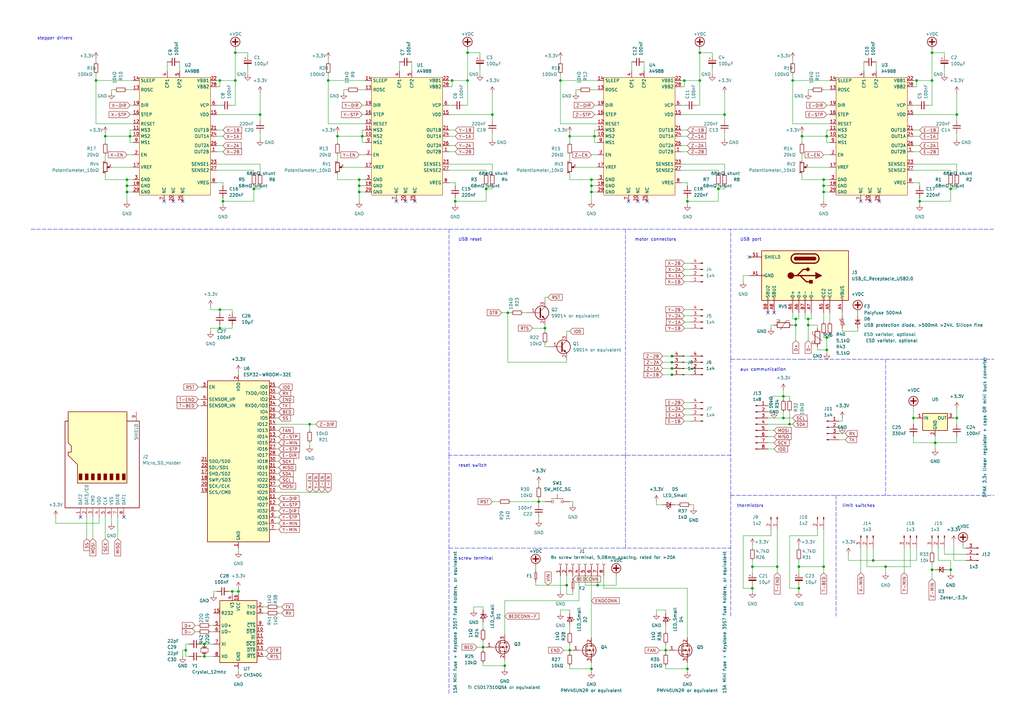
<source format=kicad_sch>
(kicad_sch (version 20211123) (generator eeschema)
  (paper "A3")
  (title_block (title "Hammar32"))
  (junction (at 325.12 33.02))
  (junction (at 148.59 55.88))
  (junction (at 90.17 127))
  (junction (at 389.89 233.68))
  (junction (at 382.27 21.59))
  (junction (at 76.2 266.7))
  (junction (at 138.43 55.88))
  (junction (at 242.57 73.66))
  (junction (at 326.39 130.81))
  (junction (at 53.34 55.88))
  (junction (at 326.39 133.35))
  (junction (at 207.01 273.05))
  (junction (at 280.67 33.02))
  (junction (at 321.31 171.45))
  (junction (at 275.59 146.05))
  (junction (at 392.43 46.99))
  (junction (at 382.27 233.68))
  (junction (at 327.66 241.3))
  (junction (at 358.14 229.87))
  (junction (at 392.43 171.45))
  (junction (at 242.57 274.32))
  (junction (at 52.07 76.2))
  (junction (at 186.69 82.55))
  (junction (at 308.61 241.3))
  (junction (at 275.59 153.67))
  (junction (at 308.61 232.41))
  (junction (at 134.62 33.02))
  (junction (at 232.41 240.03))
  (junction (at 275.59 151.13))
  (junction (at 287.02 33.02))
  (junction (at 245.11 240.03))
  (junction (at 281.94 274.32))
  (junction (at 201.93 46.99))
  (junction (at 389.89 77.47))
  (junction (at 323.85 173.99))
  (junction (at 95.25 242.57))
  (junction (at 83.82 264.16))
  (junction (at 339.09 143.51))
  (junction (at 39.37 33.02))
  (junction (at 374.65 171.45))
  (junction (at 191.77 21.59))
  (junction (at 377.19 82.55))
  (junction (at 337.82 78.74))
  (junction (at 281.94 82.55))
  (junction (at 96.52 21.59))
  (junction (at 96.52 33.02))
  (junction (at 337.82 73.66))
  (junction (at 106.68 46.99))
  (junction (at 185.42 33.02))
  (junction (at 83.82 269.24))
  (junction (at 294.64 77.47))
  (junction (at 52.07 78.74))
  (junction (at 275.59 148.59))
  (junction (at 383.54 181.61))
  (junction (at 147.32 78.74))
  (junction (at 242.57 76.2))
  (junction (at 52.07 73.66))
  (junction (at 331.47 130.81))
  (junction (at 328.93 55.88))
  (junction (at 198.12 265.43))
  (junction (at 339.09 138.43))
  (junction (at 318.77 232.41))
  (junction (at 273.05 266.7))
  (junction (at 199.39 77.47))
  (junction (at 223.52 134.62))
  (junction (at 337.82 232.41))
  (junction (at 331.47 133.35))
  (junction (at 233.68 266.7))
  (junction (at 375.92 33.02))
  (junction (at 229.87 33.02))
  (junction (at 297.18 46.99))
  (junction (at 208.28 128.27))
  (junction (at 104.14 77.47))
  (junction (at 243.84 55.88))
  (junction (at 90.17 134.62))
  (junction (at 147.32 76.2))
  (junction (at 382.27 33.02))
  (junction (at 242.57 78.74))
  (junction (at 327.66 232.41))
  (junction (at 147.32 73.66))
  (junction (at 90.17 33.02))
  (junction (at 127 173.99))
  (junction (at 363.22 232.41))
  (junction (at 339.09 55.88))
  (junction (at 321.31 162.56))
  (junction (at 91.44 82.55))
  (junction (at 287.02 21.59))
  (junction (at 97.79 242.57))
  (junction (at 220.98 205.74))
  (junction (at 233.68 55.88))
  (junction (at 191.77 33.02))
  (junction (at 43.18 55.88))
  (junction (at 337.82 76.2))
  (no_connect (at 166.37 82.55))
  (no_connect (at 261.62 82.55))
  (no_connect (at 162.56 82.55))
  (no_connect (at 257.81 82.55))
  (no_connect (at 356.87 82.55))
  (no_connect (at 265.43 82.55))
  (no_connect (at 170.18 82.55))
  (no_connect (at 307.34 105.41))
  (no_connect (at 353.06 82.55))
  (no_connect (at 33.02 212.09))
  (no_connect (at 50.8 212.09))
  (no_connect (at 74.93 82.55))
  (no_connect (at 71.12 82.55))
  (no_connect (at 67.31 82.55))
  (no_connect (at 360.68 82.55))
  (no_connect (at 317.5 128.27))
  (no_connect (at 314.96 128.27))
  (wire (pts (xy 196.85 21.59) (xy 191.77 21.59)))
  (wire (pts (xy 147.32 78.74) (xy 147.32 82.55)))
  (wire (pts (xy 96.52 20.32) (xy 96.52 21.59)))
  (wire (pts (xy 337.82 63.5) (xy 340.36 63.5)))
  (wire (pts (xy 387.35 22.86) (xy 387.35 21.59)))
  (wire (pts (xy 242.57 274.32) (xy 242.57 275.59)))
  (wire (pts (xy 389.89 229.87) (xy 389.89 233.68)))
  (wire (pts (xy 86.36 127) (xy 90.17 127)))
  (wire (pts (xy 74.93 266.7) (xy 76.2 266.7)))
  (wire (pts (xy 113.03 209.55) (xy 114.3 209.55)))
  (wire (pts (xy 280.67 33.02) (xy 287.02 33.02)))
  (wire (pts (xy 283.21 167.64) (xy 280.67 167.64)))
  (wire (pts (xy 316.23 219.71) (xy 304.8 219.71)))
  (wire (pts (xy 297.18 71.12) (xy 297.18 67.31)))
  (wire (pts (xy 138.43 73.66) (xy 147.32 73.66)))
  (wire (pts (xy 233.68 55.88) (xy 243.84 55.88)))
  (wire (pts (xy 245.11 53.34) (xy 243.84 53.34)))
  (wire (pts (xy 138.43 55.88) (xy 138.43 58.42)))
  (wire (pts (xy 292.1 22.86) (xy 292.1 21.59)))
  (wire (pts (xy 97.79 152.4) (xy 97.79 153.67)))
  (wire (pts (xy 232.41 147.32) (xy 232.41 148.59)))
  (wire (pts (xy 283.21 151.13) (xy 275.59 151.13)))
  (polyline (pts (xy 363.22 147.32) (xy 363.22 203.2)))
  (wire (pts (xy 323.85 219.71) (xy 323.85 241.3)))
  (wire (pts (xy 223.52 134.62) (xy 223.52 135.89)))
  (wire (pts (xy 283.21 134.62) (xy 280.67 134.62)))
  (wire (pts (xy 328.93 55.88) (xy 339.09 55.88)))
  (wire (pts (xy 233.68 54.61) (xy 233.68 55.88)))
  (wire (pts (xy 233.68 135.89) (xy 232.41 135.89)))
  (wire (pts (xy 88.9 33.02) (xy 90.17 33.02)))
  (wire (pts (xy 331.47 130.81) (xy 331.47 133.35)))
  (wire (pts (xy 382.27 20.32) (xy 382.27 21.59)))
  (wire (pts (xy 101.6 27.94) (xy 101.6 30.48)))
  (wire (pts (xy 220.98 198.12) (xy 220.98 199.39)))
  (wire (pts (xy 106.68 67.31) (xy 88.9 67.31)))
  (wire (pts (xy 107.95 248.92) (xy 109.22 248.92)))
  (wire (pts (xy 283.21 110.49) (xy 280.67 110.49)))
  (wire (pts (xy 186.69 81.28) (xy 186.69 82.55)))
  (wire (pts (xy 91.44 81.28) (xy 91.44 82.55)))
  (wire (pts (xy 335.28 133.35) (xy 331.47 133.35)))
  (wire (pts (xy 344.17 175.26) (xy 345.44 175.26)))
  (wire (pts (xy 198.12 266.7) (xy 198.12 265.43)))
  (wire (pts (xy 273.05 250.19) (xy 273.05 251.46)))
  (wire (pts (xy 233.68 266.7) (xy 234.95 266.7)))
  (wire (pts (xy 229.87 30.48) (xy 229.87 33.02)))
  (wire (pts (xy 344.17 180.34) (xy 346.71 180.34)))
  (wire (pts (xy 375.92 229.87) (xy 358.14 229.87)))
  (wire (pts (xy 392.43 76.2) (xy 392.43 77.47)))
  (wire (pts (xy 363.22 232.41) (xy 355.6 232.41)))
  (wire (pts (xy 325.12 50.8) (xy 325.12 33.02)))
  (wire (pts (xy 229.87 33.02) (xy 245.11 33.02)))
  (wire (pts (xy 242.57 78.74) (xy 242.57 82.55)))
  (wire (pts (xy 389.89 77.47) (xy 389.89 76.2)))
  (wire (pts (xy 321.31 168.91) (xy 321.31 171.45)))
  (wire (pts (xy 90.17 134.62) (xy 95.25 134.62)))
  (wire (pts (xy 229.87 50.8) (xy 229.87 33.02)))
  (wire (pts (xy 54.61 53.34) (xy 53.34 53.34)))
  (wire (pts (xy 43.18 55.88) (xy 43.18 58.42)))
  (wire (pts (xy 337.82 234.95) (xy 337.82 232.41)))
  (wire (pts (xy 275.59 151.13) (xy 271.78 151.13)))
  (wire (pts (xy 229.87 24.13) (xy 229.87 25.4)))
  (wire (pts (xy 45.72 36.83) (xy 46.99 36.83)))
  (wire (pts (xy 104.14 69.85) (xy 104.14 71.12)))
  (wire (pts (xy 279.4 59.69) (xy 281.94 59.69)))
  (wire (pts (xy 140.97 38.1) (xy 140.97 36.83)))
  (wire (pts (xy 234.95 243.84) (xy 232.41 243.84)))
  (wire (pts (xy 114.3 248.92) (xy 115.57 248.92)))
  (wire (pts (xy 43.18 73.66) (xy 52.07 73.66)))
  (wire (pts (xy 134.62 33.02) (xy 149.86 33.02)))
  (wire (pts (xy 337.82 217.17) (xy 337.82 232.41)))
  (wire (pts (xy 148.59 43.18) (xy 149.86 43.18)))
  (wire (pts (xy 147.32 63.5) (xy 149.86 63.5)))
  (wire (pts (xy 138.43 71.12) (xy 138.43 73.66)))
  (wire (pts (xy 340.36 128.27) (xy 340.36 132.08)))
  (wire (pts (xy 321.31 160.02) (xy 321.31 162.56)))
  (wire (pts (xy 327.66 240.03) (xy 327.66 241.3)))
  (polyline (pts (xy 299.72 203.2) (xy 299.72 186.69)))
  (wire (pts (xy 314.96 173.99) (xy 323.85 173.99)))
  (wire (pts (xy 114.3 251.46) (xy 115.57 251.46)))
  (wire (pts (xy 233.68 55.88) (xy 233.68 58.42)))
  (wire (pts (xy 86.36 256.54) (xy 87.63 256.54)))
  (wire (pts (xy 279.4 55.88) (xy 281.94 55.88)))
  (wire (pts (xy 113.03 204.47) (xy 114.3 204.47)))
  (wire (pts (xy 237.49 236.22) (xy 237.49 246.38)))
  (wire (pts (xy 377.19 74.93) (xy 377.19 76.2)))
  (wire (pts (xy 88.9 35.56) (xy 90.17 35.56)))
  (wire (pts (xy 233.68 274.32) (xy 242.57 274.32)))
  (wire (pts (xy 88.9 69.85) (xy 104.14 69.85)))
  (wire (pts (xy 236.22 36.83) (xy 237.49 36.83)))
  (wire (pts (xy 321.31 171.45) (xy 325.12 171.45)))
  (wire (pts (xy 308.61 241.3) (xy 308.61 242.57)))
  (wire (pts (xy 347.98 227.33) (xy 347.98 229.87)))
  (wire (pts (xy 347.98 229.87) (xy 358.14 229.87)))
  (wire (pts (xy 82.55 264.16) (xy 83.82 264.16)))
  (wire (pts (xy 95.25 243.84) (xy 95.25 242.57)))
  (wire (pts (xy 113.03 181.61) (xy 114.3 181.61)))
  (wire (pts (xy 328.93 63.5) (xy 328.93 66.04)))
  (wire (pts (xy 198.12 255.27) (xy 198.12 257.81)))
  (wire (pts (xy 113.03 184.15) (xy 114.3 184.15)))
  (wire (pts (xy 86.36 125.73) (xy 86.36 127)))
  (wire (pts (xy 328.93 55.88) (xy 328.93 58.42)))
  (wire (pts (xy 327.66 130.81) (xy 326.39 130.81)))
  (wire (pts (xy 149.86 58.42) (xy 148.59 58.42)))
  (wire (pts (xy 68.58 25.4) (xy 68.58 29.21)))
  (wire (pts (xy 52.07 36.83) (xy 54.61 36.83)))
  (wire (pts (xy 279.4 53.34) (xy 281.94 53.34)))
  (wire (pts (xy 354.33 25.4) (xy 354.33 29.21)))
  (wire (pts (xy 387.35 21.59) (xy 382.27 21.59)))
  (wire (pts (xy 184.15 43.18) (xy 185.42 43.18)))
  (wire (pts (xy 389.89 234.95) (xy 389.89 233.68)))
  (wire (pts (xy 340.36 53.34) (xy 339.09 53.34)))
  (wire (pts (xy 201.93 54.61) (xy 201.93 57.15)))
  (wire (pts (xy 339.09 53.34) (xy 339.09 55.88)))
  (wire (pts (xy 294.64 77.47) (xy 294.64 76.2)))
  (wire (pts (xy 383.54 181.61) (xy 383.54 184.15)))
  (wire (pts (xy 22.86 214.63) (xy 40.64 214.63)))
  (wire (pts (xy 45.72 212.09) (xy 45.72 214.63)))
  (wire (pts (xy 198.12 271.78) (xy 198.12 273.05)))
  (wire (pts (xy 88.9 53.34) (xy 91.44 53.34)))
  (wire (pts (xy 330.2 130.81) (xy 331.47 130.81)))
  (wire (pts (xy 191.77 43.18) (xy 190.5 43.18)))
  (wire (pts (xy 168.91 25.4) (xy 168.91 29.21)))
  (wire (pts (xy 281.94 241.3) (xy 247.65 241.3)))
  (wire (pts (xy 148.59 55.88) (xy 149.86 55.88)))
  (wire (pts (xy 314.96 168.91) (xy 317.5 168.91)))
  (wire (pts (xy 113.03 158.75) (xy 114.3 158.75)))
  (wire (pts (xy 340.36 138.43) (xy 339.09 138.43)))
  (wire (pts (xy 88.9 59.69) (xy 91.44 59.69)))
  (wire (pts (xy 86.36 259.08) (xy 87.63 259.08)))
  (wire (pts (xy 229.87 250.19) (xy 233.68 250.19)))
  (wire (pts (xy 45.72 68.58) (xy 54.61 68.58)))
  (wire (pts (xy 186.69 74.93) (xy 186.69 76.2)))
  (wire (pts (xy 140.97 68.58) (xy 149.86 68.58)))
  (wire (pts (xy 281.94 274.32) (xy 281.94 275.59)))
  (wire (pts (xy 374.65 173.99) (xy 374.65 171.45)))
  (wire (pts (xy 88.9 46.99) (xy 106.68 46.99)))
  (wire (pts (xy 205.74 128.27) (xy 208.28 128.27)))
  (wire (pts (xy 45.72 38.1) (xy 45.72 36.83)))
  (polyline (pts (xy 342.9 203.2) (xy 342.9 252.73)))
  (wire (pts (xy 90.17 33.02) (xy 96.52 33.02)))
  (wire (pts (xy 374.65 33.02) (xy 375.92 33.02)))
  (wire (pts (xy 325.12 30.48) (xy 325.12 33.02)))
  (wire (pts (xy 198.12 262.89) (xy 198.12 265.43)))
  (wire (pts (xy 201.93 71.12) (xy 201.93 67.31)))
  (wire (pts (xy 184.15 53.34) (xy 186.69 53.34)))
  (wire (pts (xy 242.57 73.66) (xy 242.57 76.2)))
  (wire (pts (xy 83.82 264.16) (xy 87.63 264.16)))
  (wire (pts (xy 93.98 242.57) (xy 95.25 242.57)))
  (wire (pts (xy 394.97 224.79) (xy 396.24 224.79)))
  (wire (pts (xy 308.61 240.03) (xy 308.61 241.3)))
  (wire (pts (xy 242.57 236.22) (xy 242.57 261.62)))
  (wire (pts (xy 81.28 158.75) (xy 82.55 158.75)))
  (wire (pts (xy 104.14 82.55) (xy 104.14 77.47)))
  (wire (pts (xy 148.59 58.42) (xy 148.59 55.88)))
  (wire (pts (xy 328.93 71.12) (xy 328.93 73.66)))
  (wire (pts (xy 374.65 179.07) (xy 374.65 181.61)))
  (wire (pts (xy 344.17 177.8) (xy 346.71 177.8)))
  (wire (pts (xy 259.08 25.4) (xy 259.08 29.21)))
  (wire (pts (xy 283.21 127) (xy 280.67 127)))
  (wire (pts (xy 331.47 133.35) (xy 331.47 139.7)))
  (polyline (pts (xy 256.54 93.98) (xy 256.54 186.69)))
  (wire (pts (xy 134.62 50.8) (xy 134.62 33.02)))
  (wire (pts (xy 351.79 135.89) (xy 351.79 134.62)))
  (wire (pts (xy 43.18 63.5) (xy 43.18 66.04)))
  (wire (pts (xy 279.4 46.99) (xy 297.18 46.99)))
  (wire (pts (xy 247.65 241.3) (xy 247.65 236.22)))
  (wire (pts (xy 113.03 168.91) (xy 114.3 168.91)))
  (wire (pts (xy 52.07 76.2) (xy 54.61 76.2)))
  (wire (pts (xy 391.16 222.25) (xy 391.16 229.87)))
  (wire (pts (xy 314.96 166.37) (xy 316.23 166.37)))
  (wire (pts (xy 323.85 163.83) (xy 323.85 162.56)))
  (wire (pts (xy 52.07 73.66) (xy 52.07 76.2)))
  (wire (pts (xy 281.94 82.55) (xy 281.94 83.82)))
  (wire (pts (xy 345.44 171.45) (xy 345.44 172.72)))
  (wire (pts (xy 90.17 127) (xy 95.25 127)))
  (wire (pts (xy 199.39 69.85) (xy 199.39 71.12)))
  (wire (pts (xy 245.11 55.88) (xy 243.84 55.88)))
  (wire (pts (xy 81.28 166.37) (xy 82.55 166.37)))
  (wire (pts (xy 106.68 77.47) (xy 104.14 77.47)))
  (wire (pts (xy 276.86 207.01) (xy 278.13 207.01)))
  (wire (pts (xy 283.21 170.18) (xy 280.67 170.18)))
  (wire (pts (xy 339.09 138.43) (xy 337.82 138.43)))
  (wire (pts (xy 233.68 273.05) (xy 233.68 274.32)))
  (wire (pts (xy 201.93 67.31) (xy 184.15 67.31)))
  (wire (pts (xy 392.43 77.47) (xy 389.89 77.47)))
  (wire (pts (xy 232.41 243.84) (xy 232.41 240.03)))
  (wire (pts (xy 233.68 267.97) (xy 233.68 266.7)))
  (wire (pts (xy 107.95 251.46) (xy 109.22 251.46)))
  (wire (pts (xy 279.4 69.85) (xy 294.64 69.85)))
  (wire (pts (xy 323.85 173.99) (xy 325.12 173.99)))
  (wire (pts (xy 325.12 50.8) (xy 340.36 50.8)))
  (wire (pts (xy 52.07 63.5) (xy 54.61 63.5)))
  (wire (pts (xy 74.93 269.24) (xy 74.93 266.7)))
  (wire (pts (xy 392.43 173.99) (xy 392.43 171.45)))
  (wire (pts (xy 39.37 50.8) (xy 54.61 50.8)))
  (wire (pts (xy 208.28 148.59) (xy 208.28 128.27)))
  (wire (pts (xy 113.03 214.63) (xy 114.3 214.63)))
  (wire (pts (xy 326.39 133.35) (xy 326.39 139.7)))
  (wire (pts (xy 373.38 224.79) (xy 373.38 232.41)))
  (wire (pts (xy 147.32 36.83) (xy 149.86 36.83)))
  (wire (pts (xy 328.93 54.61) (xy 328.93 55.88)))
  (wire (pts (xy 279.4 43.18) (xy 280.67 43.18)))
  (wire (pts (xy 392.43 71.12) (xy 392.43 67.31)))
  (wire (pts (xy 384.81 229.87) (xy 389.89 229.87)))
  (wire (pts (xy 245.11 236.22) (xy 245.11 240.03)))
  (wire (pts (xy 292.1 27.94) (xy 292.1 30.48)))
  (wire (pts (xy 283.21 146.05) (xy 275.59 146.05)))
  (wire (pts (xy 382.27 224.79) (xy 382.27 226.06)))
  (wire (pts (xy 35.56 212.09) (xy 35.56 220.98)))
  (wire (pts (xy 236.22 38.1) (xy 236.22 36.83)))
  (wire (pts (xy 80.01 256.54) (xy 81.28 256.54)))
  (wire (pts (xy 325.12 133.35) (xy 326.39 133.35)))
  (wire (pts (xy 335.28 217.17) (xy 335.28 219.71)))
  (wire (pts (xy 113.03 196.85) (xy 114.3 196.85)))
  (wire (pts (xy 316.23 166.37) (xy 316.23 162.56)))
  (wire (pts (xy 199.39 82.55) (xy 199.39 77.47)))
  (wire (pts (xy 318.77 232.41) (xy 308.61 232.41)))
  (wire (pts (xy 240.03 236.22) (xy 240.03 240.03)))
  (wire (pts (xy 243.84 53.34) (xy 243.84 55.88)))
  (wire (pts (xy 113.03 194.31) (xy 114.3 194.31)))
  (wire (pts (xy 219.71 232.41) (xy 219.71 233.68)))
  (wire (pts (xy 191.77 33.02) (xy 191.77 43.18)))
  (wire (pts (xy 194.31 250.19) (xy 194.31 248.92)))
  (wire (pts (xy 107.95 269.24) (xy 109.22 269.24)))
  (wire (pts (xy 201.93 76.2) (xy 201.93 77.47)))
  (wire (pts (xy 113.03 161.29) (xy 114.3 161.29)))
  (wire (pts (xy 233.68 250.19) (xy 233.68 251.46)))
  (wire (pts (xy 297.18 77.47) (xy 294.64 77.47)))
  (wire (pts (xy 186.69 82.55) (xy 186.69 83.82)))
  (wire (pts (xy 127 173.99) (xy 127 176.53)))
  (wire (pts (xy 374.65 35.56) (xy 375.92 35.56)))
  (wire (pts (xy 284.48 208.28) (xy 284.48 207.01)))
  (wire (pts (xy 53.34 43.18) (xy 54.61 43.18)))
  (wire (pts (xy 392.43 181.61) (xy 383.54 181.61)))
  (wire (pts (xy 283.21 153.67) (xy 275.59 153.67)))
  (wire (pts (xy 316.23 162.56) (xy 321.31 162.56)))
  (wire (pts (xy 48.26 212.09) (xy 48.26 220.98)))
  (wire (pts (xy 138.43 63.5) (xy 138.43 66.04)))
  (wire (pts (xy 392.43 54.61) (xy 392.43 57.15)))
  (wire (pts (xy 218.44 134.62) (xy 223.52 134.62)))
  (polyline (pts (xy 184.15 224.79) (xy 299.72 224.79)))
  (wire (pts (xy 345.44 134.62) (xy 345.44 135.89)))
  (wire (pts (xy 195.58 265.43) (xy 198.12 265.43)))
  (wire (pts (xy 323.85 162.56) (xy 321.31 162.56)))
  (wire (pts (xy 96.52 33.02) (xy 96.52 43.18)))
  (wire (pts (xy 279.4 33.02) (xy 280.67 33.02)))
  (wire (pts (xy 220.98 205.74) (xy 220.98 207.01)))
  (wire (pts (xy 332.74 130.81) (xy 332.74 128.27)))
  (wire (pts (xy 331.47 130.81) (xy 332.74 130.81)))
  (wire (pts (xy 147.32 73.66) (xy 149.86 73.66)))
  (wire (pts (xy 375.92 224.79) (xy 375.92 229.87)))
  (wire (pts (xy 325.12 24.13) (xy 325.12 25.4)))
  (wire (pts (xy 219.71 240.03) (xy 219.71 238.76)))
  (wire (pts (xy 294.64 69.85) (xy 294.64 71.12)))
  (wire (pts (xy 337.82 73.66) (xy 337.82 76.2)))
  (wire (pts (xy 76.2 269.24) (xy 76.2 266.7)))
  (wire (pts (xy 53.34 58.42) (xy 53.34 55.88)))
  (polyline (pts (xy 184.15 93.98) (xy 184.15 186.69)))
  (wire (pts (xy 82.55 269.24) (xy 83.82 269.24)))
  (wire (pts (xy 91.44 82.55) (xy 91.44 83.82)))
  (wire (pts (xy 377.19 82.55) (xy 377.19 83.82)))
  (wire (pts (xy 389.89 82.55) (xy 389.89 77.47)))
  (wire (pts (xy 287.02 20.32) (xy 287.02 21.59)))
  (wire (pts (xy 43.18 55.88) (xy 53.34 55.88)))
  (wire (pts (xy 113.03 217.17) (xy 114.3 217.17)))
  (wire (pts (xy 363.22 232.41) (xy 363.22 234.95)))
  (wire (pts (xy 297.18 38.1) (xy 297.18 46.99)))
  (wire (pts (xy 77.47 269.24) (xy 76.2 269.24)))
  (wire (pts (xy 224.79 121.92) (xy 223.52 121.92)))
  (wire (pts (xy 327.66 232.41) (xy 327.66 234.95)))
  (wire (pts (xy 147.32 73.66) (xy 147.32 76.2)))
  (wire (pts (xy 283.21 148.59) (xy 275.59 148.59)))
  (wire (pts (xy 106.68 54.61) (xy 106.68 57.15)))
  (wire (pts (xy 308.61 229.87) (xy 308.61 232.41)))
  (wire (pts (xy 314.96 171.45) (xy 321.31 171.45)))
  (wire (pts (xy 134.62 24.13) (xy 134.62 25.4)))
  (wire (pts (xy 273.05 274.32) (xy 281.94 274.32)))
  (polyline (pts (xy 299.72 186.69) (xy 184.15 186.69)))
  (wire (pts (xy 316.23 133.35) (xy 317.5 133.35)))
  (wire (pts (xy 184.15 69.85) (xy 199.39 69.85)))
  (wire (pts (xy 113.03 166.37) (xy 114.3 166.37)))
  (wire (pts (xy 113.03 173.99) (xy 127 173.99)))
  (wire (pts (xy 245.11 58.42) (xy 243.84 58.42)))
  (wire (pts (xy 245.11 240.03) (xy 240.03 240.03)))
  (wire (pts (xy 242.57 271.78) (xy 242.57 274.32)))
  (wire (pts (xy 337.82 128.27) (xy 337.82 132.08)))
  (wire (pts (xy 113.03 189.23) (xy 114.3 189.23)))
  (wire (pts (xy 308.61 223.52) (xy 308.61 224.79)))
  (wire (pts (xy 374.65 43.18) (xy 375.92 43.18)))
  (wire (pts (xy 208.28 148.59) (xy 232.41 148.59)))
  (wire (pts (xy 237.49 246.38) (xy 207.01 246.38)))
  (wire (pts (xy 264.16 25.4) (xy 264.16 29.21)))
  (wire (pts (xy 53.34 53.34) (xy 53.34 55.88)))
  (wire (pts (xy 223.52 142.24) (xy 223.52 140.97)))
  (wire (pts (xy 375.92 33.02) (xy 382.27 33.02)))
  (wire (pts (xy 87.63 242.57) (xy 88.9 242.57)))
  (wire (pts (xy 22.86 212.09) (xy 22.86 214.63)))
  (wire (pts (xy 316.23 217.17) (xy 316.23 219.71)))
  (wire (pts (xy 330.2 128.27) (xy 330.2 130.81)))
  (wire (pts (xy 243.84 58.42) (xy 243.84 55.88)))
  (wire (pts (xy 335.28 143.51) (xy 339.09 143.51)))
  (wire (pts (xy 52.07 76.2) (xy 52.07 78.74)))
  (polyline (pts (xy 299.72 203.2) (xy 407.67 203.2)))
  (wire (pts (xy 374.65 74.93) (xy 377.19 74.93)))
  (wire (pts (xy 194.31 248.92) (xy 198.12 248.92)))
  (wire (pts (xy 97.79 241.3) (xy 97.79 242.57)))
  (wire (pts (xy 370.84 224.79) (xy 370.84 234.95)))
  (wire (pts (xy 297.18 54.61) (xy 297.18 57.15)))
  (wire (pts (xy 219.71 240.03) (xy 232.41 240.03)))
  (wire (pts (xy 389.89 69.85) (xy 389.89 71.12)))
  (wire (pts (xy 297.18 76.2) (xy 297.18 77.47)))
  (wire (pts (xy 279.4 62.23) (xy 281.94 62.23)))
  (wire (pts (xy 337.82 138.43) (xy 337.82 137.16)))
  (wire (pts (xy 184.15 74.93) (xy 186.69 74.93)))
  (wire (pts (xy 40.64 214.63) (xy 40.64 212.09)))
  (wire (pts (xy 304.8 241.3) (xy 308.61 241.3)))
  (wire (pts (xy 335.28 142.24) (xy 335.28 143.51)))
  (wire (pts (xy 392.43 167.64) (xy 392.43 171.45)))
  (wire (pts (xy 327.66 229.87) (xy 327.66 232.41)))
  (polyline (pts (xy 299.72 147.32) (xy 299.72 186.69)))
  (wire (pts (xy 392.43 171.45) (xy 391.16 171.45)))
  (wire (pts (xy 229.87 251.46) (xy 229.87 250.19)))
  (wire (pts (xy 323.85 168.91) (xy 323.85 173.99)))
  (wire (pts (xy 392.43 179.07) (xy 392.43 181.61)))
  (polyline (pts (xy 328.93 147.32) (xy 299.72 147.32)))
  (wire (pts (xy 287.02 33.02) (xy 287.02 43.18)))
  (wire (pts (xy 81.28 163.83) (xy 82.55 163.83)))
  (wire (pts (xy 104.14 77.47) (xy 104.14 76.2)))
  (wire (pts (xy 383.54 233.68) (xy 382.27 233.68)))
  (wire (pts (xy 234.95 236.22) (xy 234.95 237.49)))
  (wire (pts (xy 207.01 273.05) (xy 207.01 274.32)))
  (wire (pts (xy 325.12 33.02) (xy 340.36 33.02)))
  (wire (pts (xy 184.15 55.88) (xy 186.69 55.88)))
  (wire (pts (xy 223.52 133.35) (xy 223.52 134.62)))
  (wire (pts (xy 95.25 242.57) (xy 97.79 242.57)))
  (wire (pts (xy 281.94 81.28) (xy 281.94 82.55)))
  (wire (pts (xy 106.68 46.99) (xy 106.68 49.53)))
  (wire (pts (xy 287.02 21.59) (xy 287.02 33.02)))
  (wire (pts (xy 185.42 35.56) (xy 185.42 33.02)))
  (wire (pts (xy 327.66 128.27) (xy 327.66 130.81)))
  (wire (pts (xy 269.24 250.19) (xy 273.05 250.19)))
  (wire (pts (xy 134.62 30.48) (xy 134.62 33.02)))
  (wire (pts (xy 138.43 55.88) (xy 148.59 55.88)))
  (wire (pts (xy 314.96 179.07) (xy 317.5 179.07)))
  (wire (pts (xy 392.43 38.1) (xy 392.43 46.99)))
  (wire (pts (xy 328.93 73.66) (xy 337.82 73.66)))
  (polyline (pts (xy 12.7 93.98) (xy 407.67 93.98)))
  (wire (pts (xy 335.28 219.71) (xy 323.85 219.71)))
  (wire (pts (xy 80.01 259.08) (xy 81.28 259.08)))
  (wire (pts (xy 337.82 78.74) (xy 337.82 82.55)))
  (wire (pts (xy 196.85 27.94) (xy 196.85 30.48)))
  (wire (pts (xy 382.27 33.02) (xy 382.27 43.18)))
  (wire (pts (xy 95.25 128.27) (xy 95.25 127)))
  (wire (pts (xy 297.18 67.31) (xy 279.4 67.31)))
  (wire (pts (xy 275.59 153.67) (xy 271.78 153.67)))
  (wire (pts (xy 233.68 264.16) (xy 233.68 266.7)))
  (wire (pts (xy 229.87 236.22) (xy 229.87 242.57)))
  (wire (pts (xy 337.82 36.83) (xy 340.36 36.83)))
  (wire (pts (xy 339.09 46.99) (xy 340.36 46.99)))
  (wire (pts (xy 331.47 38.1) (xy 331.47 36.83)))
  (wire (pts (xy 209.55 205.74) (xy 220.98 205.74)))
  (wire (pts (xy 242.57 63.5) (xy 245.11 63.5)))
  (wire (pts (xy 52.07 78.74) (xy 54.61 78.74)))
  (wire (pts (xy 382.27 43.18) (xy 381 43.18)))
  (wire (pts (xy 304.8 219.71) (xy 304.8 241.3)))
  (wire (pts (xy 214.63 128.27) (xy 215.9 128.27)))
  (wire (pts (xy 90.17 133.35) (xy 90.17 134.62)))
  (wire (pts (xy 392.43 67.31) (xy 374.65 67.31)))
  (wire (pts (xy 86.36 134.62) (xy 90.17 134.62)))
  (wire (pts (xy 73.66 25.4) (xy 73.66 29.21)))
  (wire (pts (xy 280.67 35.56) (xy 280.67 33.02)))
  (wire (pts (xy 292.1 21.59) (xy 287.02 21.59)))
  (wire (pts (xy 337.82 73.66) (xy 340.36 73.66)))
  (wire (pts (xy 321.31 162.56) (xy 321.31 163.83)))
  (wire (pts (xy 345.44 172.72) (xy 344.17 172.72)))
  (wire (pts (xy 273.05 266.7) (xy 274.32 266.7)))
  (wire (pts (xy 83.82 269.24) (xy 87.63 269.24)))
  (wire (pts (xy 355.6 224.79) (xy 355.6 232.41)))
  (wire (pts (xy 374.65 59.69) (xy 377.19 59.69)))
  (wire (pts (xy 383.54 181.61) (xy 383.54 179.07)))
  (wire (pts (xy 113.03 176.53) (xy 114.3 176.53)))
  (wire (pts (xy 374.65 53.34) (xy 377.19 53.34)))
  (wire (pts (xy 106.68 76.2) (xy 106.68 77.47)))
  (wire (pts (xy 101.6 21.59) (xy 96.52 21.59)))
  (wire (pts (xy 148.59 46.99) (xy 149.86 46.99)))
  (wire (pts (xy 231.14 266.7) (xy 233.68 266.7)))
  (wire (pts (xy 43.18 212.09) (xy 43.18 220.98)))
  (wire (pts (xy 113.03 186.69) (xy 114.3 186.69)))
  (wire (pts (xy 394.97 223.52) (xy 394.97 224.79)))
  (wire (pts (xy 283.21 107.95) (xy 280.67 107.95)))
  (wire (pts (xy 384.81 224.79) (xy 384.81 229.87)))
  (wire (pts (xy 281.94 74.93) (xy 281.94 76.2)))
  (wire (pts (xy 97.79 226.06) (xy 97.79 224.79)))
  (wire (pts (xy 382.27 233.68) (xy 382.27 237.49)))
  (wire (pts (xy 382.27 21.59) (xy 382.27 33.02)))
  (wire (pts (xy 318.77 217.17) (xy 318.77 232.41)))
  (wire (pts (xy 198.12 248.92) (xy 198.12 250.19)))
  (wire (pts (xy 243.84 46.99) (xy 245.11 46.99)))
  (wire (pts (xy 113.03 163.83) (xy 114.3 163.83)))
  (wire (pts (xy 86.36 134.62) (xy 86.36 135.89)))
  (wire (pts (xy 134.62 50.8) (xy 149.86 50.8)))
  (wire (pts (xy 345.44 128.27) (xy 345.44 129.54)))
  (wire (pts (xy 196.85 22.86) (xy 196.85 21.59)))
  (wire (pts (xy 220.98 212.09) (xy 220.98 213.36)))
  (wire (pts (xy 339.09 144.78) (xy 339.09 143.51)))
  (wire (pts (xy 377.19 81.28) (xy 377.19 82.55)))
  (wire (pts (xy 223.52 142.24) (xy 224.79 142.24)))
  (wire (pts (xy 91.44 74.93) (xy 91.44 76.2)))
  (wire (pts (xy 283.21 115.57) (xy 280.67 115.57)))
  (wire (pts (xy 113.03 171.45) (xy 114.3 171.45)))
  (wire (pts (xy 287.02 43.18) (xy 285.75 43.18)))
  (polyline (pts (xy 299.72 252.73) (xy 299.72 203.2)))
  (wire (pts (xy 273.05 273.05) (xy 273.05 274.32)))
  (wire (pts (xy 331.47 68.58) (xy 340.36 68.58)))
  (wire (pts (xy 147.32 78.74) (xy 149.86 78.74)))
  (wire (pts (xy 53.34 46.99) (xy 54.61 46.99)))
  (wire (pts (xy 281.94 271.78) (xy 281.94 274.32)))
  (wire (pts (xy 88.9 43.18) (xy 90.17 43.18)))
  (wire (pts (xy 198.12 265.43) (xy 199.39 265.43)))
  (wire (pts (xy 91.44 82.55) (xy 104.14 82.55)))
  (wire (pts (xy 252.73 240.03) (xy 245.11 240.03)))
  (wire (pts (xy 374.65 55.88) (xy 377.19 55.88)))
  (wire (pts (xy 220.98 205.74) (xy 223.52 205.74)))
  (wire (pts (xy 97.79 242.57) (xy 97.79 243.84)))
  (wire (pts (xy 327.66 241.3) (xy 327.66 242.57)))
  (wire (pts (xy 243.84 43.18) (xy 245.11 43.18)))
  (wire (pts (xy 252.73 236.22) (xy 252.73 240.03)))
  (wire (pts (xy 326.39 130.81) (xy 326.39 133.35)))
  (wire (pts (xy 374.65 171.45) (xy 375.92 171.45)))
  (wire (pts (xy 134.62 201.93) (xy 113.03 201.93)))
  (wire (pts (xy 43.18 54.61) (xy 43.18 55.88)))
  (wire (pts (xy 270.51 266.7) (xy 273.05 266.7)))
  (wire (pts (xy 127 181.61) (xy 127 182.88)))
  (wire (pts (xy 326.39 130.81) (xy 325.12 130.81)))
  (wire (pts (xy 186.69 82.55) (xy 199.39 82.55)))
  (wire (pts (xy 316.23 134.62) (xy 316.23 133.35)))
  (wire (pts (xy 304.8 115.57) (xy 304.8 113.03)))
  (wire (pts (xy 337.82 76.2) (xy 340.36 76.2)))
  (wire (pts (xy 88.9 62.23) (xy 91.44 62.23)))
  (wire (pts (xy 113.03 207.01) (xy 114.3 207.01)))
  (wire (pts (xy 374.65 46.99) (xy 392.43 46.99)))
  (wire (pts (xy 337.82 232.41) (xy 327.66 232.41)))
  (wire (pts (xy 184.15 35.56) (xy 185.42 35.56)))
  (wire (pts (xy 275.59 148.59) (xy 271.78 148.59)))
  (wire (pts (xy 345.44 135.89) (xy 351.79 135.89)))
  (wire (pts (xy 279.4 35.56) (xy 280.67 35.56)))
  (wire (pts (xy 327.66 223.52) (xy 327.66 224.79)))
  (wire (pts (xy 184.15 62.23) (xy 186.69 62.23)))
  (wire (pts (xy 340.36 58.42) (xy 339.09 58.42)))
  (wire (pts (xy 106.68 71.12) (xy 106.68 67.31)))
  (wire (pts (xy 339.09 43.18) (xy 340.36 43.18)))
  (wire (pts (xy 323.85 241.3) (xy 327.66 241.3)))
  (wire (pts (xy 281.94 82.55) (xy 294.64 82.55)))
  (wire (pts (xy 382.27 231.14) (xy 382.27 233.68)))
  (wire (pts (xy 97.79 274.32) (xy 97.79 275.59)))
  (wire (pts (xy 39.37 24.13) (xy 39.37 25.4)))
  (wire (pts (xy 304.8 113.03) (xy 307.34 113.03)))
  (wire (pts (xy 233.68 73.66) (xy 242.57 73.66)))
  (wire (pts (xy 199.39 77.47) (xy 199.39 76.2)))
  (wire (pts (xy 273.05 264.16) (xy 273.05 266.7)))
  (wire (pts (xy 281.94 241.3) (xy 281.94 261.62)))
  (wire (pts (xy 184.15 46.99) (xy 201.93 46.99)))
  (wire (pts (xy 149.86 53.34) (xy 148.59 53.34)))
  (wire (pts (xy 374.65 62.23) (xy 377.19 62.23)))
  (wire (pts (xy 337.82 76.2) (xy 337.82 78.74)))
  (wire (pts (xy 373.38 232.41) (xy 363.22 232.41)))
  (wire (pts (xy 273.05 256.54) (xy 273.05 259.08)))
  (wire (pts (xy 269.24 207.01) (xy 271.78 207.01)))
  (wire (pts (xy 234.95 205.74) (xy 233.68 205.74)))
  (wire (pts (xy 87.63 243.84) (xy 87.63 242.57)))
  (wire (pts (xy 234.95 242.57) (xy 234.95 243.84)))
  (wire (pts (xy 279.4 74.93) (xy 281.94 74.93)))
  (wire (pts (xy 234.95 207.01) (xy 234.95 205.74)))
  (wire (pts (xy 318.77 234.95) (xy 318.77 232.41)))
  (wire (pts (xy 229.87 50.8) (xy 245.11 50.8)))
  (wire (pts (xy 107.95 266.7) (xy 109.22 266.7)))
  (wire (pts (xy 359.41 25.4) (xy 359.41 29.21)))
  (wire (pts (xy 387.35 27.94) (xy 387.35 30.48)))
  (wire (pts (xy 283.21 165.1) (xy 280.67 165.1)))
  (wire (pts (xy 140.97 36.83) (xy 142.24 36.83)))
  (wire (pts (xy 106.68 38.1) (xy 106.68 46.99)))
  (wire (pts (xy 374.65 69.85) (xy 389.89 69.85)))
  (wire (pts (xy 353.06 224.79) (xy 353.06 234.95)))
  (wire (pts (xy 147.32 76.2) (xy 149.86 76.2)))
  (wire (pts (xy 374.65 167.64) (xy 374.65 171.45)))
  (wire (pts (xy 127 173.99) (xy 129.54 173.99)))
  (wire (pts (xy 163.83 25.4) (xy 163.83 29.21)))
  (wire (pts (xy 314.96 181.61) (xy 317.5 181.61)))
  (wire (pts (xy 314.96 184.15) (xy 317.5 184.15)))
  (wire (pts (xy 113.03 199.39) (xy 114.3 199.39)))
  (wire (pts (xy 391.16 229.87) (xy 396.24 229.87)))
  (wire (pts (xy 389.89 233.68) (xy 388.62 233.68)))
  (wire (pts (xy 233.68 71.12) (xy 233.68 73.66)))
  (wire (pts (xy 148.59 53.34) (xy 148.59 55.88)))
  (wire (pts (xy 39.37 30.48) (xy 39.37 33.02)))
  (wire (pts (xy 201.93 77.47) (xy 199.39 77.47)))
  (wire (pts (xy 283.21 132.08) (xy 280.67 132.08)))
  (wire (pts (xy 269.24 205.74) (xy 269.24 207.01)))
  (wire (pts (xy 88.9 74.93) (xy 91.44 74.93)))
  (wire (pts (xy 90.17 35.56) (xy 90.17 33.02)))
  (wire (pts (xy 208.28 128.27) (xy 209.55 128.27)))
  (wire (pts (xy 351.79 129.54) (xy 351.79 128.27)))
  (wire (pts (xy 138.43 54.61) (xy 138.43 55.88)))
  (wire (pts (xy 220.98 204.47) (xy 220.98 205.74)))
  (wire (pts (xy 38.1 212.09) (xy 38.1 220.98)))
  (wire (pts (xy 232.41 135.89) (xy 232.41 137.16)))
  (wire (pts (xy 201.93 205.74) (xy 204.47 205.74)))
  (wire (pts (xy 76.2 264.16) (xy 76.2 266.7)))
  (wire (pts (xy 387.35 227.33) (xy 387.35 224.79)))
  (wire (pts (xy 147.32 76.2) (xy 147.32 78.74)))
  (wire (pts (xy 207.01 270.51) (xy 207.01 273.05)))
  (wire (pts (xy 233.68 63.5) (xy 233.68 66.04)))
  (wire (pts (xy 387.35 227.33) (xy 396.24 227.33)))
  (polyline (pts (xy 328.93 147.32) (xy 407.67 147.32)))
  (wire (pts (xy 185.42 33.02) (xy 191.77 33.02)))
  (wire (pts (xy 43.18 71.12) (xy 43.18 73.66)))
  (wire (pts (xy 275.59 146.05) (xy 271.78 146.05)))
  (wire (pts (xy 294.64 82.55) (xy 294.64 77.47)))
  (wire (pts (xy 283.21 113.03) (xy 280.67 113.03)))
  (wire (pts (xy 52.07 78.74) (xy 52.07 82.55)))
  (wire (pts (xy 198.12 273.05) (xy 207.01 273.05)))
  (wire (pts (xy 39.37 50.8) (xy 39.37 33.02)))
  (wire (pts (xy 269.24 251.46) (xy 269.24 250.19)))
  (wire (pts (xy 201.93 46.99) (xy 201.93 49.53)))
  (wire (pts (xy 308.61 232.41) (xy 308.61 234.95)))
  (wire (pts (xy 95.25 133.35) (xy 95.25 134.62)))
  (polyline (pts (xy 299.72 147.32) (xy 299.72 93.98)))
  (wire (pts (xy 184.15 33.02) (xy 185.42 33.02)))
  (wire (pts (xy 233.68 256.54) (xy 233.68 259.08)))
  (wire (pts (xy 297.18 46.99) (xy 297.18 49.53)))
  (wire (pts (xy 90.17 127) (xy 90.17 128.27)))
  (wire (pts (xy 283.21 172.72) (xy 280.67 172.72)))
  (polyline (pts (xy 184.15 186.69) (xy 184.15 224.79)))
  (wire (pts (xy 232.41 240.03) (xy 232.41 236.22)))
  (wire (pts (xy 337.82 78.74) (xy 340.36 78.74)))
  (wire (pts (xy 236.22 68.58) (xy 245.11 68.58)))
  (wire (pts (xy 54.61 58.42) (xy 53.34 58.42)))
  (wire (pts (xy 284.48 207.01) (xy 283.21 207.01)))
  (wire (pts (xy 88.9 55.88) (xy 91.44 55.88)))
  (wire (pts (xy 223.52 121.92) (xy 223.52 123.19)))
  (wire (pts (xy 314.96 176.53) (xy 317.5 176.53)))
  (wire (pts (xy 283.21 129.54) (xy 280.67 129.54)))
  (wire (pts (xy 339.09 138.43) (xy 339.09 143.51)))
  (wire (pts (xy 184.15 59.69) (xy 186.69 59.69)))
  (wire (pts (xy 335.28 134.62) (xy 335.28 133.35)))
  (wire (pts (xy 77.47 264.16) (xy 76.2 264.16)))
  (wire (pts (xy 325.12 130.81) (xy 325.12 128.27)))
  (wire (pts (xy 331.47 36.83) (xy 332.74 36.83)))
  (wire (pts (xy 96.52 21.59) (xy 96.52 33.02)))
  (wire (pts (xy 242.57 78.74) (xy 245.11 78.74)))
  (wire (pts (xy 242.57 73.66) (xy 245.11 73.66)))
  (wire (pts (xy 207.01 246.38) (xy 207.01 260.35)))
  (wire (pts (xy 339.09 58.42) (xy 339.09 55.88)))
  (wire (pts (xy 340.36 137.16) (xy 340.36 138.43)))
  (wire (pts (xy 52.07 73.66) (xy 54.61 73.66)))
  (wire (pts (xy 377.19 82.55) (xy 389.89 82.55)))
  (wire (pts (xy 242.57 76.2) (xy 245.11 76.2)))
  (wire (pts (xy 191.77 21.59) (xy 191.77 33.02)))
  (wire (pts (xy 374.65 181.61) (xy 383.54 181.61)))
  (wire (pts (xy 113.03 179.07) (xy 114.3 179.07)))
  (wire (pts (xy 242.57 76.2) (xy 242.57 78.74)))
  (wire (pts (xy 39.37 33.02) (xy 54.61 33.02)))
  (wire (pts (xy 101.6 22.86) (xy 101.6 21.59)))
  (wire (pts (xy 273.05 267.97) (xy 273.05 266.7)))
  (wire (pts (xy 113.03 212.09) (xy 114.3 212.09)))
  (wire (pts (xy 392.43 46.99) (xy 392.43 49.53)))
  (polyline (pts (xy 184.15 284.48) (xy 184.15 224.79)))
  (wire (pts (xy 358.14 229.87) (xy 358.14 224.79)))
  (wire (pts (xy 242.57 36.83) (xy 245.11 36.83)))
  (wire (pts (xy 201.93 38.1) (xy 201.93 46.99)))
  (wire (pts (xy 96.52 43.18) (xy 95.25 43.18)))
  (wire (pts (xy 191.77 20.32) (xy 191.77 21.59)))
  (wire (pts (xy 113.03 191.77) (xy 114.3 191.77)))
  (wire (pts (xy 339.09 55.88) (xy 340.36 55.88)))
  (wire (pts (xy 375.92 35.56) (xy 375.92 33.02)))
  (wire (pts (xy 53.34 55.88) (xy 54.61 55.88)))
  (polyline (pts (xy 256.54 186.69) (xy 256.54 224.79)))
  (text "USB reset" (at 187.96 99.06 0) (effects (font (size 1.27 1.27)) (justify left bottom)))
  (text "USB port" (at 303.53 99.06 0) (effects (font (size 1.27 1.27)) (justify left bottom)))
  (text "reset switch" (at 187.96 191.77 0) (effects (font (size 1.27 1.27)) (justify left bottom)))
  (text "limit switches" (at 345.44 208.28 0) (effects (font (size 1.27 1.27)) (justify left bottom)))
  (text "stepper drivers" (at 15.24 16.51 0) (effects (font (size 1.27 1.27)) (justify left bottom)))
  (text "thermistors" (at 302.26 208.28 0) (effects (font (size 1.27 1.27)) (justify left bottom)))
  (text "aux communication" (at 303.53 152.4 0) (effects (font (size 1.27 1.27)) (justify left bottom)))
  (text "motor connectors" (at 260.35 99.06 0) (effects (font (size 1.27 1.27)) (justify left bottom)))
  (text "screw terminal" (at 187.96 229.87 0) (effects (font (size 1.27 1.27)) (justify left bottom)))
  (global_label "X-1A" (shape input) (at 280.67 113.03 180) (property "Intersheet References" "${INTERSHEET_REFS}" (effects hide)))
  (global_label "RTS" (shape input) (at 109.22 269.24 0) (property "Intersheet References" "${INTERSHEET_REFS}" (effects hide)))
  (global_label "FAN" (shape input) (at 270.51 266.7 180) (property "Intersheet References" "${INTERSHEET_REFS}" (effects hide)))
  (global_label "TX" (shape input) (at 346.71 180.34 0) (property "Intersheet References" "${INTERSHEET_REFS}" (effects hide)))
  (global_label "BEDCONN" (shape input) (at 234.95 237.49 0) (property "Intersheet References" "${INTERSHEET_REFS}" (effects hide)))
  (global_label "Y-DIR" (shape input) (at 148.59 43.18 180) (property "Intersheet References" "${INTERSHEET_REFS}" (effects hide)))
  (global_label "E-STP" (shape input) (at 114.3 184.15 0) (property "Intersheet References" "${INTERSHEET_REFS}" (effects hide)))
  (global_label "FAN" (shape input) (at 114.3 176.53 0) (property "Intersheet References" "${INTERSHEET_REFS}" (effects hide)))
  (global_label "E-EN" (shape input) (at 134.62 201.93 90) (property "Intersheet References" "${INTERSHEET_REFS}" (effects hide)))
  (global_label "Y-1B" (shape input) (at 186.69 53.34 0) (property "Intersheet References" "${INTERSHEET_REFS}" (effects hide)))
  (global_label "IO0" (shape input) (at 317.5 184.15 0) (property "Intersheet References" "${INTERSHEET_REFS}" (effects hide)))
  (global_label "D-" (shape input) (at 331.47 139.7 270) (property "Intersheet References" "${INTERSHEET_REFS}" (effects hide)))
  (global_label "E-2B" (shape input) (at 377.19 62.23 0) (property "Intersheet References" "${INTERSHEET_REFS}" (effects hide)))
  (global_label "Z-1A" (shape input) (at 281.94 55.88 0) (property "Intersheet References" "${INTERSHEET_REFS}" (effects hide)))
  (global_label "SDA" (shape input) (at 325.12 173.99 0) (property "Intersheet References" "${INTERSHEET_REFS}" (effects hide)))
  (global_label "Z-STP" (shape input) (at 114.3 179.07 0) (property "Intersheet References" "${INTERSHEET_REFS}" (effects hide)))
  (global_label "RTS" (shape input) (at 218.44 134.62 180) (property "Intersheet References" "${INTERSHEET_REFS}" (effects hide)))
  (global_label "X-STP" (shape input) (at 53.34 46.99 180) (property "Intersheet References" "${INTERSHEET_REFS}" (effects hide)))
  (global_label "X-1A" (shape input) (at 91.44 55.88 0) (property "Intersheet References" "${INTERSHEET_REFS}" (effects hide)))
  (global_label "E-2A" (shape input) (at 280.67 167.64 180) (property "Intersheet References" "${INTERSHEET_REFS}" (effects hide)))
  (global_label "X-DIR" (shape input) (at 114.3 204.47 0) (property "Intersheet References" "${INTERSHEET_REFS}" (effects hide)))
  (global_label "X-STP" (shape input) (at 114.3 207.01 0) (property "Intersheet References" "${INTERSHEET_REFS}" (effects hide)))
  (global_label "Y-STP" (shape input) (at 114.3 212.09 0) (property "Intersheet References" "${INTERSHEET_REFS}" (effects hide)))
  (global_label "Y-DIR" (shape input) (at 114.3 209.55 0) (property "Intersheet References" "${INTERSHEET_REFS}" (effects hide)))
  (global_label "BED" (shape input) (at 195.58 265.43 180) (property "Intersheet References" "${INTERSHEET_REFS}" (effects hide)))
  (global_label "IO0" (shape input) (at 233.68 135.89 0) (property "Intersheet References" "${INTERSHEET_REFS}" (effects hide)))
  (global_label "Y-2B" (shape input) (at 186.69 62.23 0) (property "Intersheet References" "${INTERSHEET_REFS}" (effects hide)))
  (global_label "MOSI" (shape input) (at 317.5 176.53 0) (property "Intersheet References" "${INTERSHEET_REFS}" (effects hide)))
  (global_label "E-STP" (shape input) (at 339.09 46.99 180) (property "Intersheet References" "${INTERSHEET_REFS}" (effects hide)))
  (global_label "RX" (shape input) (at 114.3 161.29 0) (property "Intersheet References" "${INTERSHEET_REFS}" (effects hide)))
  (global_label "MISO" (shape input) (at 114.3 191.77 0) (property "Intersheet References" "${INTERSHEET_REFS}" (effects hide)))
  (global_label "D+" (shape input) (at 80.01 256.54 180) (property "Intersheet References" "${INTERSHEET_REFS}" (effects hide)))
  (global_label "E-1B" (shape input) (at 377.19 53.34 0) (property "Intersheet References" "${INTERSHEET_REFS}" (effects hide)))
  (global_label "MISO" (shape input) (at 48.26 220.98 270) (property "Intersheet References" "${INTERSHEET_REFS}" (effects hide)))
  (global_label "RST" (shape input) (at 224.79 121.92 0) (property "Intersheet References" "${INTERSHEET_REFS}" (effects hide)))
  (global_label "X-EN" (shape input) (at 52.07 63.5 180) (property "Intersheet References" "${INTERSHEET_REFS}" (effects hide)))
  (global_label "DTR" (shape input) (at 109.22 266.7 0) (property "Intersheet References" "${INTERSHEET_REFS}" (effects hide)))
  (global_label "Y-1B" (shape input) (at 280.67 134.62 180) (property "Intersheet References" "${INTERSHEET_REFS}" (effects hide)))
  (global_label "D+" (shape input) (at 326.39 139.7 270) (property "Intersheet References" "${INTERSHEET_REFS}" (effects hide)))
  (global_label "Y-1A" (shape input) (at 280.67 132.08 180) (property "Intersheet References" "${INTERSHEET_REFS}" (effects hide)))
  (global_label "X-2B" (shape input) (at 91.44 62.23 0) (property "Intersheet References" "${INTERSHEET_REFS}" (effects hide)))
  (global_label "END" (shape input) (at 231.14 266.7 180) (property "Intersheet References" "${INTERSHEET_REFS}" (effects hide)))
  (global_label "X-1B" (shape input) (at 280.67 115.57 180) (property "Intersheet References" "${INTERSHEET_REFS}" (effects hide)))
  (global_label "Z-MIN" (shape input) (at 114.3 181.61 0) (property "Intersheet References" "${INTERSHEET_REFS}" (effects hide)))
  (global_label "Z-2A" (shape input) (at 281.94 59.69 0) (property "Intersheet References" "${INTERSHEET_REFS}" (effects hide)))
  (global_label "E-1A" (shape input) (at 377.19 55.88 0) (property "Intersheet References" "${INTERSHEET_REFS}" (effects hide)))
  (global_label "ENDCONN" (shape input) (at 242.57 246.38 0) (property "Intersheet References" "${INTERSHEET_REFS}" (effects hide)))
  (global_label "Y-EN" (shape input) (at 147.32 63.5 180) (property "Intersheet References" "${INTERSHEET_REFS}" (effects hide)))
  (global_label "E-2B" (shape input) (at 280.67 165.1 180) (property "Intersheet References" "${INTERSHEET_REFS}" (effects hide)))
  (global_label "Y-EN" (shape input) (at 129.54 201.93 90) (property "Intersheet References" "${INTERSHEET_REFS}" (effects hide)))
  (global_label "T-END" (shape input) (at 318.77 234.95 270) (property "Intersheet References" "${INTERSHEET_REFS}" (effects hide)))
  (global_label "RST" (shape input) (at 201.93 205.74 180) (property "Intersheet References" "${INTERSHEET_REFS}" (effects hide)))
  (global_label "RX" (shape input) (at 346.71 177.8 0) (property "Intersheet References" "${INTERSHEET_REFS}" (effects hide)))
  (global_label "SCK" (shape input) (at 317.5 181.61 0) (property "Intersheet References" "${INTERSHEET_REFS}" (effects hide)))
  (global_label "D-" (shape input) (at 80.01 259.08 180) (property "Intersheet References" "${INTERSHEET_REFS}" (effects hide)))
  (global_label "T-BED" (shape input) (at 81.28 166.37 180) (property "Intersheet References" "${INTERSHEET_REFS}" (effects hide)))
  (global_label "IO0" (shape input) (at 114.3 158.75 0) (property "Intersheet References" "${INTERSHEET_REFS}" (effects hide)))
  (global_label "E-DIR" (shape input) (at 339.09 43.18 180) (property "Intersheet References" "${INTERSHEET_REFS}" (effects hide)))
  (global_label "E-1B" (shape input) (at 280.67 172.72 180) (property "Intersheet References" "${INTERSHEET_REFS}" (effects hide)))
  (global_label "Y-2B" (shape input) (at 280.67 127 180) (property "Intersheet References" "${INTERSHEET_REFS}" (effects hide)))
  (global_label "VIN" (shape input) (at 224.79 240.03 90) (property "Intersheet References" "${INTERSHEET_REFS}" (effects hide)))
  (global_label "E-EN" (shape input) (at 337.82 63.5 180) (property "Intersheet References" "${INTERSHEET_REFS}" (effects hide)))
  (global_label "SCL" (shape input) (at 114.3 196.85 0) (property "Intersheet References" "${INTERSHEET_REFS}" (effects hide)))
  (global_label "MISO" (shape input) (at 317.5 179.07 0) (property "Intersheet References" "${INTERSHEET_REFS}" (effects hide)))
  (global_label "TX" (shape input) (at 115.57 248.92 0) (property "Intersheet References" "${INTERSHEET_REFS}" (effects hide)))
  (global_label "SCL" (shape input) (at 325.12 171.45 0) (property "Intersheet References" "${INTERSHEET_REFS}" (effects hide)))
  (global_label "X-MIN" (shape input) (at 114.3 214.63 0) (property "Intersheet References" "${INTERSHEET_REFS}" (effects hide)))
  (global_label "Z-DIR" (shape input) (at 129.54 173.99 0) (property "Intersheet References" "${INTERSHEET_REFS}" (effects hide)))
  (global_label "Y-MIN" (shape input) (at 114.3 217.17 0) (property "Intersheet References" "${INTERSHEET_REFS}" (effects hide)))
  (global_label "X-MIN" (shape input) (at 353.06 234.95 270) (property "Intersheet References" "${INTERSHEET_REFS}" (effects hide)))
  (global_label "SS" (shape input) (at 35.56 220.98 270) (property "Intersheet References" "${INTERSHEET_REFS}" (effects hide)))
  (global_label "Z-1B" (shape input) (at 271.78 153.67 180) (property "Intersheet References" "${INTERSHEET_REFS}" (effects hide)))
  (global_label "E-DIR" (shape input) (at 114.3 186.69 0) (property "Intersheet References" "${INTERSHEET_REFS}" (effects hide)))
  (global_label "Z-EN" (shape input) (at 242.57 63.5 180) (property "Intersheet References" "${INTERSHEET_REFS}" (effects hide)))
  (global_label "Z-2A" (shape input) (at 271.78 148.59 180) (property "Intersheet References" "${INTERSHEET_REFS}" (effects hide)))
  (global_label "BEDCONN-F" (shape input) (at 207.01 252.73 0) (property "Intersheet References" "${INTERSHEET_REFS}" (effects hide)))
  (global_label "E-2A" (shape input) (at 377.19 59.69 0) (property "Intersheet References" "${INTERSHEET_REFS}" (effects hide)))
  (global_label "SCK" (shape input) (at 114.3 189.23 0) (property "Intersheet References" "${INTERSHEET_REFS}" (effects hide)))
  (global_label "SCK" (shape input) (at 43.18 220.98 270) (property "Intersheet References" "${INTERSHEET_REFS}" (effects hide)))
  (global_label "Z-1B" (shape input) (at 281.94 53.34 0) (property "Intersheet References" "${INTERSHEET_REFS}" (effects hide)))
  (global_label "E-1A" (shape input) (at 280.67 170.18 180) (property "Intersheet References" "${INTERSHEET_REFS}" (effects hide)))
  (global_label "T-END" (shape input) (at 81.28 163.83 180) (property "Intersheet References" "${INTERSHEET_REFS}" (effects hide)))
  (global_label "Z-2B" (shape input) (at 281.94 62.23 0) (property "Intersheet References" "${INTERSHEET_REFS}" (effects hide)))
  (global_label "BED" (shape input) (at 114.3 168.91 0) (property "Intersheet References" "${INTERSHEET_REFS}" (effects hide)))
  (global_label "Z-2B" (shape input) (at 271.78 146.05 180) (property "Intersheet References" "${INTERSHEET_REFS}" (effects hide)))
  (global_label "Z-EN" (shape input) (at 132.08 201.93 90) (property "Intersheet References" "${INTERSHEET_REFS}" (effects hide)))
  (global_label "Z-1A" (shape input) (at 271.78 151.13 180) (property "Intersheet References" "${INTERSHEET_REFS}" (effects hide)))
  (global_label "Y-2A" (shape input) (at 186.69 59.69 0) (property "Intersheet References" "${INTERSHEET_REFS}" (effects hide)))
  (global_label "SDA" (shape input) (at 114.3 194.31 0) (property "Intersheet References" "${INTERSHEET_REFS}" (effects hide)))
  (global_label "X-2B" (shape input) (at 280.67 107.95 180) (property "Intersheet References" "${INTERSHEET_REFS}" (effects hide)))
  (global_label "T-BED" (shape input) (at 337.82 234.95 270) (property "Intersheet References" "${INTERSHEET_REFS}" (effects hide)))
  (global_label "X-1B" (shape input) (at 91.44 53.34 0) (property "Intersheet References" "${INTERSHEET_REFS}" (effects hide)))
  (global_label "X-2A" (shape input) (at 91.44 59.69 0) (property "Intersheet References" "${INTERSHEET_REFS}" (effects hide)))
  (global_label "Y-1A" (shape input) (at 186.69 55.88 0) (property "Intersheet References" "${INTERSHEET_REFS}" (effects hide)))
  (global_label "DTR" (shape input) (at 205.74 128.27 180) (property "Intersheet References" "${INTERSHEET_REFS}" (effects hide)))
  (global_label "MOSI" (shape input) (at 38.1 220.98 270) (property "Intersheet References" "${INTERSHEET_REFS}" (effects hide)))
  (global_label "Y-2A" (shape input) (at 280.67 129.54 180) (property "Intersheet References" "${INTERSHEET_REFS}" (effects hide)))
  (global_label "Z-DIR" (shape input) (at 243.84 43.18 180) (property "Intersheet References" "${INTERSHEET_REFS}" (effects hide)))
  (global_label "X-DIR" (shape input) (at 53.34 43.18 180) (property "Intersheet References" "${INTERSHEET_REFS}" (effects hide)))
  (global_label "TX" (shape input) (at 114.3 166.37 0) (property "Intersheet References" "${INTERSHEET_REFS}" (effects hide)))
  (global_label "Z-STP" (shape input) (at 243.84 46.99 180) (property "Intersheet References" "${INTERSHEET_REFS}" (effects hide)))
  (global_label "RST" (shape input) (at 81.28 158.75 180) (property "Intersheet References" "${INTERSHEET_REFS}" (effects hide)))
  (global_label "Y-STP" (shape input) (at 148.59 46.99 180) (property "Intersheet References" "${INTERSHEET_REFS}" (effects hide)))
  (global_label "X-EN" (shape input) (at 127 201.93 90) (property "Intersheet References" "${INTERSHEET_REFS}" (effects hide)))
  (global_label "RX" (shape input) (at 115.57 251.46 0) (property "Intersheet References" "${INTERSHEET_REFS}" (effects hide)))
  (global_label "MOSI" (shape input) (at 114.3 199.39 0) (property "Intersheet References" "${INTERSHEET_REFS}" (effects hide)))
  (global_label "SS" (shape input) (at 114.3 171.45 0) (property "Intersheet References" "${INTERSHEET_REFS}" (effects hide)))
  (global_label "Z-MIN" (shape input) (at 382.27 237.49 270) (property "Intersheet References" "${INTERSHEET_REFS}" (effects hide)))
  (global_label "END" (shape input) (at 114.3 163.83 0) (property "Intersheet References" "${INTERSHEET_REFS}" (effects hide)))
  (global_label "Y-MIN" (shape input) (at 370.84 234.95 270) (property "Intersheet References" "${INTERSHEET_REFS}" (effects hide)))
  (global_label "X-2A" (shape input) (at 280.67 110.49 180) (property "Intersheet References" "${INTERSHEET_REFS}" (effects hide)))
  (symbol (lib_id "power:+3.3V") (at 269.24 205.74 0) (unit 1)
    (property "Reference" "#PWR0134" (effects hide))
    (property "Value" "+3.3V" (at 269.24 200.66 0))
  )
  (symbol (lib_id "power:GND") (at 97.79 275.59 0) (unit 1)
    (property "Reference" "#PWR0137" (effects hide))
    (property "Value" "GND" (at 97.79 280.67 0))
  )
  (symbol (lib_id "Device:R_Potentiometer_Small") (at 233.68 68.58 0) (unit 1)
    (property "Reference" "RV3" (at 231.14 67.3099 0) (effects (justify right)))
    (property "Value" "Potentiometer_10kΩ" (at 231.14 69.8499 0) (effects (justify right)))
    (property "Footprint" "Potentiometer_SMD:Potentiometer_Bourns_3314J_Vertical" (effects hide))
  )
  (symbol (lib_id "power:+3.3V") (at 345.44 171.45 0) (unit 1)
    (property "Reference" "#PWR0182" (effects hide))
    (property "Value" "+3.3V" (at 345.44 166.37 0))
  )
  (symbol (lib_id "power:+3.3V") (at 392.43 38.1 0) (unit 1)
    (property "Reference" "#PWR0108" (effects hide))
    (property "Value" "+3.3V" (at 392.43 33.02 0))
  )
  (symbol (lib_id "Device:R_Small") (at 43.18 60.96 0) (unit 1)
    (property "Reference" "R17" (at 35.56 60.96 0) (effects (justify left)))
    (property "Value" "20kΩ" (at 35.56 63.5 0) (effects (justify left)))
    (property "Footprint" "Resistor_SMD:R_0603_1608Metric" (effects hide))
  )
  (symbol (lib_id "Device:C_Small") (at 106.68 52.07 180) (unit 1)
    (property "Reference" "C20" (at 104.14 53.34 0) (effects (justify left)))
    (property "Value" "220nF" (at 104.14 50.8 0) (effects (justify left)))
    (property "Footprint" "Capacitor_SMD:C_0603_1608Metric" (effects hide))
  )
  (symbol (lib_id "Device:C_Small") (at 71.12 25.4 90) (unit 1)
    (property "Reference" "C9" (at 69.85 22.86 0) (effects (justify left)))
    (property "Value" "100nF" (at 72.39 22.86 0) (effects (justify left)))
    (property "Footprint" "Capacitor_SMD:C_0603_1608Metric" (effects hide))
  )
  (symbol (lib_id "Device:R_Small") (at 198.12 269.24 0) (unit 1)
    (property "Reference" "R25" (at 190.5 269.24 0) (effects (justify left)))
    (property "Value" "10kΩ" (at 190.5 271.78 0) (effects (justify left)))
    (property "Footprint" "Resistor_SMD:R_0603_1608Metric" (effects hide))
  )
  (symbol (lib_id "power:+3.3V") (at 321.31 160.02 0) (unit 1)
    (property "Reference" "#PWR0180" (effects hide))
    (property "Value" "+3.3V" (at 321.31 154.94 0))
  )
  (symbol (lib_id "power:GND") (at 234.95 207.01 0) (unit 1)
    (property "Reference" "#PWR0138" (effects hide))
    (property "Value" "GND" (at 234.95 212.09 0))
  )
  (symbol (lib_id "Device:C_Small") (at 261.62 25.4 90) (unit 1)
    (property "Reference" "C12" (at 260.35 22.86 0) (effects (justify left)))
    (property "Value" "100nF" (at 262.89 22.86 0) (effects (justify left)))
    (property "Footprint" "Capacitor_SMD:C_0603_1608Metric" (effects hide))
  )
  (symbol (lib_id "power:+3.3V") (at 229.87 24.13 0) (unit 1)
    (property "Reference" "#PWR0122" (effects hide))
    (property "Value" "+3.3V" (at 226.06 22.86 0))
  )
  (symbol (lib_id "Device:R_Small") (at 106.68 73.66 180) (unit 1)
    (property "Reference" "R6" (at 113.03 73.66 0) (effects (justify left)))
    (property "Value" "68mΩ shunt" (at 113.03 71.12 0) (effects (justify left)))
    (property "Footprint" "Resistor_SMD:R_0603_1608Metric" (effects hide))
  )
  (symbol (lib_id "power:+3.3V") (at 97.79 241.3 0) (unit 1)
    (property "Reference" "#PWR0163" (effects hide))
    (property "Value" "+3.3V" (at 97.79 236.22 0))
  )
  (symbol (lib_id "Device:R_Small") (at 83.82 259.08 90) (unit 1)
    (property "Reference" "R42" (at 82.55 264.16 0) (effects (justify left)))
    (property "Value" "22Ω" (at 85.09 264.16 0) (effects (justify left)))
    (property "Footprint" "Resistor_SMD:R_0603_1608Metric" (effects hide))
  )
  (symbol (lib_id "Device:C_Polarized_Small") (at 101.6 25.4 0) (unit 1)
    (property "Reference" "C1" (at 104.14 23.5838 0) (effects (justify left)))
    (property "Value" "100µF" (at 104.14 26.1238 0) (effects (justify left)))
    (property "Footprint" "Capacitor_SMD:CP_Elec_6.3x4.9" (effects hide))
  )
  (symbol (lib_id "Device:C_Small") (at 91.44 78.74 0) (unit 1)
    (property "Reference" "C16" (at 93.98 77.47 0) (effects (justify left)))
    (property "Value" "220nF" (at 93.98 80.01 0) (effects (justify left)))
    (property "Footprint" "Capacitor_SMD:C_0603_1608Metric" (effects hide))
  )
  (symbol (lib_id "power:GND") (at 377.19 83.82 0) (unit 1)
    (property "Reference" "#PWR0152" (effects hide))
    (property "Value" "GND" (at 377.19 88.9 0))
  )
  (symbol (lib_id "Device:C_Polarized_Small") (at 308.61 237.49 0) (unit 1)
    (property "Reference" "C21" (at 311.15 236.22 0) (effects (justify left)))
    (property "Value" "10µF" (at 311.15 238.76 0) (effects (justify left)))
    (property "Footprint" "Capacitor_SMD:C_0805_2012Metric" (effects hide))
  )
  (symbol (lib_id "power:+3.3V") (at 308.61 223.52 0) (unit 1)
    (property "Reference" "#PWR0171" (effects hide))
    (property "Value" "+3.3V" (at 312.42 222.25 0))
  )
  (symbol (lib_id "power:GND") (at 201.93 57.15 0) (unit 1)
    (property "Reference" "#PWR0124" (effects hide))
    (property "Value" "GND" (at 205.74 58.42 0))
  )
  (symbol (lib_id "Device:LED_Small") (at 274.32 207.01 180) (unit 1)
    (property "Reference" "D5" (at 276.86 200.66 0))
    (property "Value" "LED_Small" (at 276.86 203.2 0))
    (property "Footprint" "DIY:LED 0603 reverse mount" (effects hide))
  )
  (symbol (lib_id "power:GND") (at 383.54 184.15 0) (unit 1)
    (property "Reference" "#PWR0165" (effects hide))
    (property "Value" "GND" (at 383.54 189.23 0))
  )
  (symbol (lib_id "power:GND") (at 52.07 82.55 0) (unit 1)
    (property "Reference" "#PWR0116" (effects hide))
    (property "Value" "GND" (at 52.07 87.63 0))
  )
  (symbol (lib_id "power:GND") (at 91.44 83.82 0) (unit 1)
    (property "Reference" "#PWR0117" (effects hide))
    (property "Value" "GND" (at 91.44 88.9 0))
  )
  (symbol (lib_id "Interface_USB:CH340G") (at 97.79 259.08 0) (unit 1)
    (property "Reference" "U7" (at 99.8094 274.32 0) (effects (justify left)))
    (property "Value" "CH340G" (at 99.8094 276.86 0) (effects (justify left)))
    (property "Footprint" "Package_SO:SOIC-16_3.9x9.9mm_P1.27mm" (effects hide))
    (property "Datasheet" "http://www.datasheet5.com/pdf-local-2195953" (effects hide))
  )
  (symbol (lib_id "Connector:Conn_01x04_Male") (at 288.29 113.03 180) (unit 1)
    (property "Reference" "J4" (at 289.56 110.4899 0) (effects (justify right)))
    (property "Value" "1x4" (at 289.56 113.0299 0) (effects (justify right)))
    (property "Footprint" "Connector_PinHeader_2.54mm:PinHeader_1x04_P2.54mm_Vertical" (effects hide))
  )
  (symbol (lib_id "power:GND") (at 297.18 57.15 0) (unit 1)
    (property "Reference" "#PWR0144" (effects hide))
    (property "Value" "GND" (at 300.99 58.42 0))
  )
  (symbol (lib_id "power:+3.3V") (at 106.68 38.1 0) (unit 1)
    (property "Reference" "#PWR0102" (effects hide))
    (property "Value" "+3.3V" (at 106.68 33.02 0))
  )
  (symbol (lib_name "SW_MEC_5G_1") (lib_id "Switch:SW_MEC_5G") (at 228.6 205.74 0) (unit 1)
    (property "Reference" "SW1" (at 228.6 198.12 0))
    (property "Value" "SW_MEC_5G" (at 228.6 200.66 0))
    (property "Footprint" "Button_Switch_THT:SW_PUSH_6mm" (effects hide))
    (property "Datasheet" "http://www.apem.com/int/index.php?controller=attachment&id_attachment=488" (effects hide))
  )
  (symbol (lib_id "Device:Fuse_Small") (at 219.71 236.22 90) (mirror x) (unit 1)
    (property "Reference" "F1" (at 215.9 236.22 90) (effects (justify right)))
    (property "Value" "15A Mini fuse + Keystone 3557 fuse holders, or equivalent" (at 186.69 284.48 0) (effects (justify right)))
    (property "Footprint" "DIY:mini fuse sep" (effects hide))
  )
  (symbol (lib_id "Device:C_Small") (at 91.44 242.57 90) (unit 1)
    (property "Reference" "C28" (at 93.98 236.22 90) (effects (justify left)))
    (property "Value" "100nF" (at 93.98 238.76 90) (effects (justify left)))
    (property "Footprint" "Capacitor_SMD:C_0603_1608Metric" (effects hide))
  )
  (symbol (lib_id "power:GND") (at 327.66 242.57 0) (unit 1)
    (property "Reference" "#PWR0172" (effects hide))
    (property "Value" "GND" (at 327.66 247.65 0))
  )
  (symbol (lib_id "Connector:Conn_01x03_Male") (at 384.81 219.71 270) (unit 1)
    (property "Reference" "J15" (at 384.81 214.63 90))
    (property "Value" "1x3" (at 383.54 217.17 90))
    (property "Footprint" "Connector_PinHeader_2.54mm:PinHeader_1x03_P2.54mm_Vertical" (effects hide))
  )
  (symbol (lib_id "power:+3.3V") (at 220.98 198.12 0) (unit 1)
    (property "Reference" "#PWR0140" (effects hide))
    (property "Value" "+3.3V" (at 220.98 193.04 0))
  )
  (symbol (lib_id "Device:R_Small") (at 337.82 134.62 180) (unit 1)
    (property "Reference" "R40" (at 342.9 137.16 0) (effects (justify right)))
    (property "Value" "5,1kΩ" (at 342.9 139.7 0) (effects (justify right)))
    (property "Footprint" "Resistor_SMD:R_0603_1608Metric" (effects hide))
  )
  (symbol (lib_id "power:GND") (at 281.94 83.82 0) (unit 1)
    (property "Reference" "#PWR0149" (effects hide))
    (property "Value" "GND" (at 281.94 88.9 0))
  )
  (symbol (lib_id "Device:R_Small") (at 207.01 205.74 90) (unit 1)
    (property "Reference" "R29" (at 205.74 213.36 0) (effects (justify left)))
    (property "Value" "1kΩ" (at 208.28 213.36 0) (effects (justify left)))
    (property "Footprint" "Resistor_SMD:R_0603_1608Metric" (effects hide))
  )
  (symbol (lib_id "power:GND") (at 101.6 30.48 0) (unit 1)
    (property "Reference" "#PWR0101" (effects hide))
    (property "Value" "GND" (at 99.06 30.48 0))
  )
  (symbol (lib_id "power:+VDC") (at 382.27 20.32 0) (unit 1)
    (property "Reference" "#PWR0150" (effects hide))
    (property "Value" "+VDC" (at 382.27 13.97 0))
  )
  (symbol (lib_id "Connector:Conn_01x02_Male") (at 337.82 212.09 270) (unit 1)
    (property "Reference" "J10" (at 327.66 212.09 90) (effects (justify left)))
    (property "Value" "1x2" (at 327.66 214.63 90) (effects (justify left)))
    (property "Footprint" "Connector_PinHeader_2.54mm:PinHeader_1x02_P2.54mm_Vertical" (effects hide))
  )
  (symbol (lib_id "Device:R_Small") (at 212.09 128.27 270) (unit 1)
    (property "Reference" "R23" (at 212.09 121.92 0) (effects (justify left)))
    (property "Value" "10kΩ" (at 209.55 121.92 0) (effects (justify left)))
    (property "Footprint" "Resistor_SMD:R_0603_1608Metric" (effects hide))
  )
  (symbol (lib_id "Device:R_Small") (at 233.68 270.51 0) (unit 1)
    (property "Reference" "R27" (at 226.06 270.51 0) (effects (justify left)))
    (property "Value" "10kΩ" (at 226.06 273.05 0) (effects (justify left)))
    (property "Footprint" "Resistor_SMD:R_0603_1608Metric" (effects hide))
  )
  (symbol (lib_id "Connector:Conn_01x04_Male") (at 288.29 151.13 180) (unit 1)
    (property "Reference" "J6" (at 289.56 148.5899 0) (effects (justify right)))
    (property "Value" "1x4" (at 289.56 151.1299 0) (effects (justify right)))
    (property "Footprint" "Connector_PinHeader_2.54mm:PinHeader_1x04_P2.54mm_Vertical" (effects hide))
  )
  (symbol (lib_id "Device:Q_NMOS_GSD") (at 204.47 265.43 0) (unit 1)
    (property "Reference" "Q3" (at 210.82 264.1599 0) (effects (justify left)))
    (property "Value" "TI CSD17310Q5A or equivalent" (at 191.77 281.94 0) (effects (justify left)))
    (property "Footprint" "DIY:8-VSONP (5x6)" (effects hide))
  )
  (symbol (lib_id "power:GND") (at 316.23 134.62 0) (unit 1)
    (property "Reference" "#PWR0156" (effects hide))
    (property "Value" "GND" (at 312.42 135.89 0))
  )
  (symbol (lib_id "power:GND") (at 45.72 38.1 0) (unit 1)
    (property "Reference" "#PWR0107" (effects hide))
    (property "Value" "GND" (at 41.91 39.37 0))
  )
  (symbol (lib_id "DIY:A4988") (at 166.37 54.61 0) (unit 1)
    (property "Reference" "U1" (at 170.9294 26.67 0) (effects (justify left)))
    (property "Value" "A4988" (at 170.9294 29.21 0) (effects (justify left)))
    (property "Footprint" "Package_DFN_QFN:QFN-28-1EP_5x5mm_P0.5mm_EP3.35x3.35mm" (effects hide))
  )
  (symbol (lib_id "Device:R_Small") (at 240.03 36.83 270) (unit 1)
    (property "Reference" "R12" (at 240.03 29.21 0) (effects (justify left)))
    (property "Value" "10kΩ" (at 237.49 29.21 0) (effects (justify left)))
    (property "Footprint" "Resistor_SMD:R_0603_1608Metric" (effects hide))
  )
  (symbol (lib_id "Device:R_Small") (at 229.87 27.94 0) (unit 1)
    (property "Reference" "R18" (at 226.06 27.94 0) (effects (justify left)))
    (property "Value" "100kΩ" (at 222.25 30.48 0) (effects (justify left)))
    (property "Footprint" "Resistor_SMD:R_0603_1608Metric" (effects hide))
  )
  (symbol (lib_id "power:GND") (at 345.44 175.26 0) (unit 1)
    (property "Reference" "#PWR0181" (effects hide))
    (property "Value" "GND" (at 345.44 175.26 0))
  )
  (symbol (lib_id "power:+3.3V") (at 39.37 24.13 0) (unit 1)
    (property "Reference" "#PWR0110" (effects hide))
    (property "Value" "+3.3V" (at 35.56 22.86 0))
  )
  (symbol (lib_id "power:GND") (at 196.85 30.48 0) (unit 1)
    (property "Reference" "#PWR0120" (effects hide))
    (property "Value" "GND" (at 194.31 30.48 0))
  )
  (symbol (lib_id "Connector:Conn_01x08_Female") (at 237.49 231.14 90) (unit 1)
    (property "Reference" "J1" (at 238.76 226.06 90))
    (property "Value" "8x screw terminal, 5,08mm spacing. rated for >20A" (at 251.46 228.6 90))
    (property "Footprint" "TerminalBlock:TerminalBlock_bornier-6_P5.08mm" (effects hide))
  )
  (symbol (lib_id "Device:C_Polarized_Small") (at 196.85 25.4 0) (unit 1)
    (property "Reference" "C3" (at 199.39 23.5838 0) (effects (justify left)))
    (property "Value" "100µF" (at 199.39 26.1238 0) (effects (justify left)))
    (property "Footprint" "Capacitor_SMD:CP_Elec_6.3x4.9" (effects hide))
  )
  (symbol (lib_id "Device:C_Small") (at 90.17 130.81 0) (unit 1)
    (property "Reference" "C27" (at 88.9 135.89 0) (effects (justify left)))
    (property "Value" "100nF" (at 88.9 138.43 0) (effects (justify left)))
    (property "Footprint" "Capacitor_SMD:C_0603_1608Metric" (effects hide))
  )
  (symbol (lib_id "power:GND") (at 186.69 83.82 0) (unit 1)
    (property "Reference" "#PWR0118" (effects hide))
    (property "Value" "GND" (at 186.69 88.9 0))
  )
  (symbol (lib_id "power:GND") (at 194.31 250.19 0) (unit 1)
    (property "Reference" "#PWR0128" (effects hide))
    (property "Value" "GND" (at 194.31 255.27 0))
  )
  (symbol (lib_id "power:+3.3V") (at 97.79 152.4 0) (unit 1)
    (property "Reference" "#PWR0161" (effects hide))
    (property "Value" "+3.3V" (at 97.79 147.32 0))
  )
  (symbol (lib_id "DIY:A4988") (at 356.87 54.61 0) (unit 1)
    (property "Reference" "U3" (at 361.4294 26.67 0) (effects (justify left)))
    (property "Value" "A4988" (at 361.4294 29.21 0) (effects (justify left)))
    (property "Footprint" "Package_DFN_QFN:QFN-28-1EP_5x5mm_P0.5mm_EP3.35x3.35mm" (effects hide))
  )
  (symbol (lib_id "power:GND") (at 87.63 243.84 0) (unit 1)
    (property "Reference" "#PWR0153" (effects hide))
    (property "Value" "GND" (at 83.82 246.38 0))
  )
  (symbol (lib_id "Device:R_Small") (at 389.89 73.66 0) (unit 1)
    (property "Reference" "R1" (at 383.54 73.66 0) (effects (justify left)))
    (property "Value" "68mΩ shunt" (at 383.54 76.2 0) (effects (justify left)))
    (property "Footprint" "Resistor_SMD:R_0603_1608Metric" (effects hide))
  )
  (symbol (lib_id "Device:Varistor") (at 321.31 133.35 270) (unit 1)
    (property "Reference" "RV5" (at 321.0568 125.73 90))
    (property "Value" "ESD varistor, optional" (at 365.76 139.7 90))
    (property "Footprint" "Resistor_SMD:R_0603_1608Metric" (effects hide))
  )
  (symbol (lib_id "Connector:Conn_01x02_Male") (at 318.77 212.09 270) (unit 1)
    (property "Reference" "J9" (at 308.61 212.09 90) (effects (justify left)))
    (property "Value" "1x2" (at 308.61 214.63 90) (effects (justify left)))
    (property "Footprint" "Connector_PinHeader_2.54mm:PinHeader_1x02_P2.54mm_Vertical" (effects hide))
  )
  (symbol (lib_id "Device:C_Small") (at 378.46 43.18 90) (unit 1)
    (property "Reference" "C5" (at 377.19 40.64 0) (effects (justify left)))
    (property "Value" "100nF" (at 379.73 40.64 0) (effects (justify left)))
    (property "Footprint" "Capacitor_SMD:C_0603_1608Metric" (effects hide))
  )
  (symbol (lib_id "Device:D_Zener_Small") (at 386.08 233.68 0) (unit 1)
    (property "Reference" "D3" (at 386.08 242.57 0))
    (property "Value" "Zener_~3,3v" (at 391.16 245.11 0))
    (property "Footprint" "Diode_SMD:D_SOD-323" (effects hide))
  )
  (symbol (lib_id "power:+VDC") (at 96.52 20.32 0) (unit 1)
    (property "Reference" "#PWR0112" (effects hide))
    (property "Value" "+VDC" (at 96.52 13.97 0))
  )
  (symbol (lib_id "power:+3.3V") (at 43.18 54.61 0) (unit 1)
    (property "Reference" "#PWR0111" (effects hide))
    (property "Value" "+3.3V" (at 39.37 53.34 0))
  )
  (symbol (lib_id "Device:C_Polarized_Small") (at 95.25 130.81 0) (unit 1)
    (property "Reference" "C26" (at 99.06 129.54 0) (effects (justify left)))
    (property "Value" "10µF" (at 99.06 132.08 0) (effects (justify left)))
    (property "Footprint" "Capacitor_SMD:C_0805_2012Metric" (effects hide))
  )
  (symbol (lib_id "power:GND") (at 140.97 38.1 0) (unit 1)
    (property "Reference" "#PWR0105" (effects hide))
    (property "Value" "GND" (at 137.16 39.37 0))
  )
  (symbol (lib_id "power:GND") (at 127 182.88 0) (unit 1)
    (property "Reference" "#PWR0160" (effects hide))
    (property "Value" "GND" (at 127 187.96 0))
  )
  (symbol (lib_id "DIY:A4988") (at 71.12 54.61 0) (unit 1)
    (property "Reference" "U2" (at 75.6794 26.67 0) (effects (justify left)))
    (property "Value" "A4988" (at 75.6794 29.21 0) (effects (justify left)))
    (property "Footprint" "Package_DFN_QFN:QFN-28-1EP_5x5mm_P0.5mm_EP3.35x3.35mm" (effects hide))
  )
  (symbol (lib_id "power:+3.3V") (at 391.16 222.25 0) (unit 1)
    (property "Reference" "#PWR0178" (effects hide))
    (property "Value" "+3.3V" (at 391.16 217.17 0))
  )
  (symbol (lib_id "power:GND") (at 207.01 274.32 0) (unit 1)
    (property "Reference" "#PWR0129" (effects hide))
    (property "Value" "GND" (at 207.01 279.4 0))
  )
  (symbol (lib_id "Device:R_Potentiometer_Small") (at 43.18 68.58 0) (unit 1)
    (property "Reference" "RV4" (at 40.64 67.3099 0) (effects (justify right)))
    (property "Value" "Potentiometer_10kΩ" (at 40.64 69.8499 0) (effects (justify right)))
    (property "Footprint" "Potentiometer_SMD:Potentiometer_Bourns_3314J_Vertical" (effects hide))
  )
  (symbol (lib_id "Device:R_Small") (at 321.31 166.37 180) (unit 1)
    (property "Reference" "R34" (at 318.77 167.64 90) (effects (justify right)))
    (property "Value" "10kΩ" (at 316.23 167.64 90) (effects (justify right)))
    (property "Footprint" "Resistor_SMD:R_0603_1608Metric" (effects hide))
  )
  (symbol (lib_id "power:GND") (at 284.48 208.28 0) (unit 1)
    (property "Reference" "#PWR0135" (effects hide))
    (property "Value" "GND" (at 284.48 213.36 0))
  )
  (symbol (lib_id "Device:R_Small") (at 340.36 134.62 0) (unit 1)
    (property "Reference" "R43" (at 342.9 142.24 0) (effects (justify left)))
    (property "Value" "5,1kΩ" (at 342.9 144.78 0) (effects (justify left)))
    (property "Footprint" "Resistor_SMD:R_0603_1608Metric" (effects hide))
  )
  (symbol (lib_id "power:+VDC") (at 394.97 223.52 0) (unit 1)
    (property "Reference" "#PWR0176" (effects hide))
    (property "Value" "+VDC" (at 394.97 215.9 0))
  )
  (symbol (lib_id "Device:R_Small") (at 111.76 251.46 90) (unit 1)
    (property "Reference" "R41" (at 110.49 256.54 0) (effects (justify left)))
    (property "Value" "1kΩ" (at 113.03 256.54 0) (effects (justify left)))
    (property "Footprint" "Resistor_SMD:R_0603_1608Metric" (effects hide))
  )
  (symbol (lib_id "Device:R_Small") (at 325.12 27.94 0) (unit 1)
    (property "Reference" "R19" (at 321.31 27.94 0) (effects (justify left)))
    (property "Value" "100kΩ" (at 317.5 30.48 0) (effects (justify left)))
    (property "Footprint" "Resistor_SMD:R_0603_1608Metric" (effects hide))
  )
  (symbol (lib_id "power:+VDC") (at 219.71 232.41 0) (unit 1)
    (property "Reference" "#PWR0132" (effects hide))
    (property "Value" "+VDC" (at 219.71 226.06 0))
  )
  (symbol (lib_id "power:+3.3V") (at 297.18 38.1 0) (unit 1)
    (property "Reference" "#PWR0147" (effects hide))
    (property "Value" "+3.3V" (at 297.18 33.02 0))
  )
  (symbol (lib_id "power:+3.3V") (at 325.12 24.13 0) (unit 1)
    (property "Reference" "#PWR0142" (effects hide))
    (property "Value" "+3.3V" (at 321.31 22.86 0))
  )
  (symbol (lib_id "Device:Q_NPN_BEC") (at 220.98 128.27 0) (unit 1)
    (property "Reference" "Q2" (at 226.06 126.9999 0) (effects (justify left)))
    (property "Value" "S9014 or equivalent" (at 226.06 129.5399 0) (effects (justify left)))
    (property "Footprint" "Package_TO_SOT_SMD:SOT-23" (effects hide))
  )
  (symbol (lib_id "Device:R_Small") (at 308.61 227.33 180) (unit 1)
    (property "Reference" "R26" (at 309.88 228.6 0) (effects (justify right)))
    (property "Value" "4,7kΩ" (at 309.88 226.06 0) (effects (justify right)))
    (property "Footprint" "Resistor_SMD:R_0603_1608Metric" (effects hide))
  )
  (symbol (lib_id "power:+3.3V") (at 22.86 212.09 0) (unit 1)
    (property "Reference" "#PWR0175" (effects hide))
    (property "Value" "+3.3V" (at 22.86 207.01 0))
  )
  (symbol (lib_id "Device:R_Small") (at 297.18 73.66 180) (unit 1)
    (property "Reference" "R8" (at 303.53 73.66 0) (effects (justify left)))
    (property "Value" "68mΩ shunt" (at 303.53 71.12 0) (effects (justify left)))
    (property "Footprint" "Resistor_SMD:R_0603_1608Metric" (effects hide))
  )
  (symbol (lib_id "Connector:Conn_01x04_Male") (at 288.29 170.18 180) (unit 1)
    (property "Reference" "J7" (at 289.56 167.6399 0) (effects (justify right)))
    (property "Value" "1x4" (at 289.56 170.1799 0) (effects (justify right)))
    (property "Footprint" "Connector_PinHeader_2.54mm:PinHeader_1x04_P2.54mm_Vertical" (effects hide))
  )
  (symbol (lib_id "power:GND") (at 281.94 275.59 0) (unit 1)
    (property "Reference" "#PWR0130" (effects hide))
    (property "Value" "GND" (at 281.94 280.67 0))
  )
  (symbol (lib_id "power:GND") (at 363.22 234.95 0) (unit 1)
    (property "Reference" "#PWR0169" (effects hide))
    (property "Value" "GND" (at 363.22 240.03 0))
  )
  (symbol (lib_id "Device:C_Small") (at 80.01 269.24 270) (unit 1)
    (property "Reference" "C30" (at 68.58 270.51 90) (effects (justify left)))
    (property "Value" "22pF" (at 68.58 267.97 90) (effects (justify left)))
    (property "Footprint" "Capacitor_SMD:C_0603_1608Metric" (effects hide))
  )
  (symbol (lib_id "Connector:Micro_SD_Card") (at 40.64 189.23 90) (unit 1)
    (property "Reference" "J2" (at 58.42 187.3249 90) (effects (justify right)))
    (property "Value" "Micro_SD_Holder" (at 58.42 189.8649 90) (effects (justify right)))
    (property "Footprint" "DIY:microSD" (effects hide))
    (property "Datasheet" "http://katalog.we-online.de/em/datasheet/693072010801.pdf" (effects hide))
  )
  (symbol (lib_id "Device:Polyfuse_Small") (at 345.44 132.08 0) (unit 1)
    (property "Reference" "F3" (at 354.33 125.73 0) (effects (justify left)))
    (property "Value" "Polyfuse 500mA" (at 354.33 128.27 0) (effects (justify left)))
    (property "Footprint" "Fuse:Fuse_1206_3216Metric" (effects hide))
  )
  (symbol (lib_id "Device:R_Small") (at 49.53 36.83 270) (unit 1)
    (property "Reference" "R10" (at 49.53 29.21 0) (effects (justify left)))
    (property "Value" "10kΩ" (at 46.99 29.21 0) (effects (justify left)))
    (property "Footprint" "Resistor_SMD:R_0603_1608Metric" (effects hide))
  )
  (symbol (lib_id "RF_Module:ESP32-WROOM-32") (at 97.79 189.23 0) (unit 1)
    (property "Reference" "U6" (at 99.8094 151.13 0) (effects (justify left)))
    (property "Value" "ESP32-WROOM-32E" (at 99.8094 153.67 0) (effects (justify left)))
    (property "Footprint" "RF_Module:ESP32-WROOM-32" (effects hide))
    (property "Datasheet" "https://www.espressif.com/sites/default/files/documentation/esp32-wroom-32_datasheet_en.pdf" (effects hide))
  )
  (symbol (lib_id "Device:C_Small") (at 281.94 78.74 0) (unit 1)
    (property "Reference" "C18" (at 284.48 77.47 0) (effects (justify left)))
    (property "Value" "220nF" (at 284.48 80.01 0) (effects (justify left)))
    (property "Footprint" "Capacitor_SMD:C_0603_1608Metric" (effects hide))
  )
  (symbol (lib_id "Device:R_Small") (at 294.64 73.66 0) (unit 1)
    (property "Reference" "R7" (at 288.29 73.66 0) (effects (justify left)))
    (property "Value" "68mΩ shunt" (at 288.29 76.2 0) (effects (justify left)))
    (property "Footprint" "Resistor_SMD:R_0603_1608Metric" (effects hide))
  )
  (symbol (lib_id "Device:R_Small") (at 327.66 227.33 180) (unit 1)
    (property "Reference" "R31" (at 328.93 228.6 0) (effects (justify right)))
    (property "Value" "4,7kΩ" (at 328.93 226.06 0) (effects (justify right)))
    (property "Footprint" "Resistor_SMD:R_0603_1608Metric" (effects hide))
  )
  (symbol (lib_id "Device:R_Potentiometer_Small") (at 138.43 68.58 0) (unit 1)
    (property "Reference" "RV1" (at 135.89 67.3099 0) (effects (justify right)))
    (property "Value" "Potentiometer_10kΩ" (at 135.89 69.8499 0) (effects (justify right)))
    (property "Footprint" "Potentiometer_SMD:Potentiometer_Bourns_3314J_Vertical" (effects hide))
  )
  (symbol (lib_id "Device:R_Small") (at 233.68 60.96 0) (unit 1)
    (property "Reference" "R15" (at 226.06 60.96 0) (effects (justify left)))
    (property "Value" "20kΩ" (at 226.06 63.5 0) (effects (justify left)))
    (property "Footprint" "Resistor_SMD:R_0603_1608Metric" (effects hide))
  )
  (symbol (lib_id "Device:R_Small") (at 201.93 73.66 180) (unit 1)
    (property "Reference" "R4" (at 208.28 73.66 0) (effects (justify left)))
    (property "Value" "68mΩ shunt" (at 208.28 71.12 0) (effects (justify left)))
    (property "Footprint" "Resistor_SMD:R_0603_1608Metric" (effects hide))
  )
  (symbol (lib_id "Device:Crystal_Small") (at 83.82 266.7 270) (unit 1)
    (property "Reference" "Y1" (at 78.74 273.05 90) (effects (justify left)))
    (property "Value" "Crystal_12mhz" (at 78.74 275.59 90) (effects (justify left)))
    (property "Footprint" "Crystal:Crystal_SMD_ECS_CSM3X-2Pin_7.6x4.1mm" (effects hide))
  )
  (symbol (lib_id "power:GND") (at 147.32 82.55 0) (unit 1)
    (property "Reference" "#PWR0115" (effects hide))
    (property "Value" "GND" (at 147.32 87.63 0))
  )
  (symbol (lib_id "power:+VDC") (at 351.79 128.27 0) (unit 1)
    (property "Reference" "#PWR0154" (effects hide))
    (property "Value" "+VDC" (at 351.79 120.65 0))
  )
  (symbol (lib_id "Device:Q_NPN_BEC") (at 229.87 142.24 0) (unit 1)
    (property "Reference" "Q1" (at 234.95 140.9699 0) (effects (justify left)))
    (property "Value" "S9014 or equivalent" (at 234.95 143.5099 0) (effects (justify left)))
    (property "Footprint" "Package_TO_SOT_SMD:SOT-23" (effects hide))
  )
  (symbol (lib_id "Device:C_Small") (at 80.01 264.16 270) (unit 1)
    (property "Reference" "C29" (at 68.58 265.43 90) (effects (justify left)))
    (property "Value" "22pF" (at 68.58 262.89 90) (effects (justify left)))
    (property "Footprint" "Capacitor_SMD:C_0603_1608Metric" (effects hide))
  )
  (symbol (lib_id "Device:R_Small") (at 39.37 27.94 0) (unit 1)
    (property "Reference" "R16" (at 35.56 27.94 0) (effects (justify left)))
    (property "Value" "100kΩ" (at 31.75 30.48 0) (effects (justify left)))
    (property "Footprint" "Resistor_SMD:R_0603_1608Metric" (effects hide))
  )
  (symbol (lib_id "Device:C_Small") (at 186.69 78.74 0) (unit 1)
    (property "Reference" "C15" (at 189.23 77.47 0) (effects (justify left)))
    (property "Value" "220nF" (at 189.23 80.01 0) (effects (justify left)))
    (property "Footprint" "Capacitor_SMD:C_0603_1608Metric" (effects hide))
  )
  (symbol (lib_id "power:+VDC") (at 374.65 167.64 0) (unit 1)
    (property "Reference" "#PWR0167" (effects hide))
    (property "Value" "+VDC" (at 374.65 160.02 0))
  )
  (symbol (lib_id "Device:C_Small") (at 297.18 52.07 180) (unit 1)
    (property "Reference" "C13" (at 294.64 53.34 0) (effects (justify left)))
    (property "Value" "220nF" (at 294.64 50.8 0) (effects (justify left)))
    (property "Footprint" "Capacitor_SMD:C_0603_1608Metric" (effects hide))
  )
  (symbol (lib_id "Device:R_Small") (at 223.52 138.43 0) (unit 1)
    (property "Reference" "R22" (at 217.17 138.43 0) (effects (justify left)))
    (property "Value" "10kΩ" (at 217.17 140.97 0) (effects (justify left)))
    (property "Footprint" "Resistor_SMD:R_0603_1608Metric" (effects hide))
  )
  (symbol (lib_id "Device:R_Small") (at 144.78 36.83 270) (unit 1)
    (property "Reference" "R9" (at 144.78 29.21 0) (effects (justify left)))
    (property "Value" "10kΩ" (at 142.24 29.21 0) (effects (justify left)))
    (property "Footprint" "Resistor_SMD:R_0603_1608Metric" (effects hide))
  )
  (symbol (lib_id "power:GND") (at 242.57 82.55 0) (unit 1)
    (property "Reference" "#PWR0119" (effects hide))
    (property "Value" "GND" (at 242.57 87.63 0))
  )
  (symbol (lib_id "Device:R_Small") (at 280.67 207.01 270) (unit 1)
    (property "Reference" "R37" (at 281.94 209.55 90) (effects (justify right)))
    (property "Value" "1kΩ" (at 281.94 212.09 90) (effects (justify right)))
    (property "Footprint" "Resistor_SMD:R_0603_1608Metric" (effects hide))
  )
  (symbol (lib_id "power:+3.3V") (at 392.43 167.64 0) (unit 1)
    (property "Reference" "#PWR0166" (effects hide))
    (property "Value" "+3.3V" (at 392.43 162.56 0))
  )
  (symbol (lib_id "power:+3.3V") (at 347.98 227.33 0) (unit 1)
    (property "Reference" "#PWR0168" (effects hide))
    (property "Value" "+3.3V" (at 347.98 222.25 0))
  )
  (symbol (lib_id "Device:Q_NMOS_GDS") (at 240.03 266.7 0) (unit 1)
    (property "Reference" "Q4" (at 246.38 265.4299 0) (effects (justify left)))
    (property "Value" "PMV40UN2R or equivalent" (at 229.87 283.21 0) (effects (justify left)))
    (property "Footprint" "Package_TO_SOT_SMD:SOT-23" (effects hide))
  )
  (symbol (lib_id "Connector:Conn_01x04_Male") (at 288.29 132.08 180) (unit 1)
    (property "Reference" "J5" (at 289.56 129.5399 0) (effects (justify right)))
    (property "Value" "1x4" (at 289.56 132.0799 0) (effects (justify right)))
    (property "Footprint" "Connector_PinHeader_2.54mm:PinHeader_1x04_P2.54mm_Vertical" (effects hide))
  )
  (symbol (lib_id "power:+3.3V") (at 134.62 24.13 0) (unit 1)
    (property "Reference" "#PWR0106" (effects hide))
    (property "Value" "+3.3V" (at 130.81 22.86 0))
  )
  (symbol (lib_id "Connector:Conn_01x08_Male") (at 309.88 173.99 0) (unit 1)
    (property "Reference" "J13" (at 310.515 161.29 0))
    (property "Value" "1x8" (at 310.515 163.83 0))
    (property "Footprint" "Connector_PinHeader_2.54mm:PinHeader_1x08_P2.54mm_Vertical" (effects hide))
  )
  (symbol (lib_id "Device:R_Small") (at 111.76 248.92 270) (unit 1)
    (property "Reference" "R38" (at 113.03 243.84 0) (effects (justify left)))
    (property "Value" "1kΩ" (at 110.49 243.84 0) (effects (justify left)))
    (property "Footprint" "Resistor_SMD:R_0603_1608Metric" (effects hide))
  )
  (symbol (lib_id "power:GND") (at 317.5 168.91 0) (unit 1)
    (property "Reference" "#PWR0179" (effects hide))
    (property "Value" "GND" (at 317.5 168.91 0))
  )
  (symbol (lib_id "Device:R_Small") (at 392.43 73.66 180) (unit 1)
    (property "Reference" "R2" (at 398.78 73.66 0) (effects (justify left)))
    (property "Value" "68mΩ shunt" (at 398.78 71.12 0) (effects (justify left)))
    (property "Footprint" "Resistor_SMD:R_0603_1608Metric" (effects hide))
  )
  (symbol (lib_id "Device:C_Small") (at 201.93 52.07 180) (unit 1)
    (property "Reference" "C19" (at 199.39 53.34 0) (effects (justify left)))
    (property "Value" "220nF" (at 199.39 50.8 0) (effects (justify left)))
    (property "Footprint" "Capacitor_SMD:C_0603_1608Metric" (effects hide))
  )
  (symbol (lib_id "Device:C_Small") (at 187.96 43.18 90) (unit 1)
    (property "Reference" "C6" (at 186.69 40.64 0) (effects (justify left)))
    (property "Value" "100nF" (at 189.23 40.64 0) (effects (justify left)))
    (property "Footprint" "Capacitor_SMD:C_0603_1608Metric" (effects hide))
  )
  (symbol (lib_id "Device:R_Small") (at 83.82 256.54 270) (unit 1)
    (property "Reference" "R39" (at 85.09 251.46 0) (effects (justify left)))
    (property "Value" "22Ω" (at 82.55 251.46 0) (effects (justify left)))
    (property "Footprint" "Resistor_SMD:R_0603_1608Metric" (effects hide))
  )
  (symbol (lib_id "power:+3.3V") (at 328.93 54.61 0) (unit 1)
    (property "Reference" "#PWR0141" (effects hide))
    (property "Value" "+3.3V" (at 325.12 53.34 0))
  )
  (symbol (lib_id "power:GND") (at 74.93 269.24 0) (unit 1)
    (property "Reference" "#PWR0133" (effects hide))
    (property "Value" "GND" (at 74.93 273.05 0))
  )
  (symbol (lib_id "Device:R_Small") (at 273.05 270.51 0) (unit 1)
    (property "Reference" "R35" (at 266.7 270.51 0) (effects (justify left)))
    (property "Value" "10kΩ" (at 266.7 273.05 0) (effects (justify left)))
    (property "Footprint" "Resistor_SMD:R_0603_1608Metric" (effects hide))
  )
  (symbol (lib_id "power:+VDC") (at 287.02 20.32 0) (unit 1)
    (property "Reference" "#PWR0146" (effects hide))
    (property "Value" "+VDC" (at 287.02 13.97 0))
  )
  (symbol (lib_id "Device:C_Polarized_Small") (at 327.66 237.49 0) (unit 1)
    (property "Reference" "C23" (at 330.2 236.22 0) (effects (justify left)))
    (property "Value" "10µF" (at 330.2 238.76 0) (effects (justify left)))
    (property "Footprint" "Capacitor_SMD:C_0805_2012Metric" (effects hide))
  )
  (symbol (lib_id "power:GND") (at 242.57 275.59 0) (unit 1)
    (property "Reference" "#PWR0127" (effects hide))
    (property "Value" "GND" (at 242.57 280.67 0))
  )
  (symbol (lib_id "Device:R_Small") (at 199.39 73.66 0) (unit 1)
    (property "Reference" "R3" (at 193.04 73.66 0) (effects (justify left)))
    (property "Value" "68mΩ shunt" (at 193.04 76.2 0) (effects (justify left)))
    (property "Footprint" "Resistor_SMD:R_0603_1608Metric" (effects hide))
  )
  (symbol (lib_id "Device:R_Small") (at 138.43 60.96 0) (unit 1)
    (property "Reference" "R13" (at 130.81 60.96 0) (effects (justify left)))
    (property "Value" "20kΩ" (at 130.81 63.5 0) (effects (justify left)))
    (property "Footprint" "Resistor_SMD:R_0603_1608Metric" (effects hide))
  )
  (symbol (lib_id "Device:R_Small") (at 323.85 166.37 0) (unit 1)
    (property "Reference" "R32" (at 326.39 165.1 90) (effects (justify right)))
    (property "Value" "10kΩ" (at 328.93 165.1 90) (effects (justify right)))
    (property "Footprint" "Resistor_SMD:R_0603_1608Metric" (effects hide))
  )
  (symbol (lib_id "power:+3.3V") (at 327.66 223.52 0) (unit 1)
    (property "Reference" "#PWR0170" (effects hide))
    (property "Value" "+3.3V" (at 331.47 222.25 0))
  )
  (symbol (lib_id "power:GND") (at 308.61 242.57 0) (unit 1)
    (property "Reference" "#PWR0173" (effects hide))
    (property "Value" "GND" (at 308.61 247.65 0))
  )
  (symbol (lib_id "Device:R_Small") (at 127 179.07 180) (unit 1)
    (property "Reference" "R21" (at 134.62 180.34 0) (effects (justify left)))
    (property "Value" "10kΩ" (at 134.62 177.8 0) (effects (justify left)))
    (property "Footprint" "Resistor_SMD:R_0603_1608Metric" (effects hide))
  )
  (symbol (lib_id "power:GND") (at 292.1 30.48 0) (unit 1)
    (property "Reference" "#PWR0145" (effects hide))
    (property "Value" "GND" (at 289.56 30.48 0))
  )
  (symbol (lib_id "power:GND") (at 229.87 251.46 0) (unit 1)
    (property "Reference" "#PWR0126" (effects hide))
    (property "Value" "GND" (at 229.87 256.54 0))
  )
  (symbol (lib_id "Device:C_Small") (at 92.71 43.18 90) (unit 1)
    (property "Reference" "C8" (at 91.44 40.64 0) (effects (justify left)))
    (property "Value" "100nF" (at 93.98 40.64 0) (effects (justify left)))
    (property "Footprint" "Capacitor_SMD:C_0603_1608Metric" (effects hide))
  )
  (symbol (lib_id "power:GND") (at 229.87 242.57 0) (unit 1)
    (property "Reference" "#PWR0125" (effects hide))
    (property "Value" "GND" (at 229.87 247.65 0))
  )
  (symbol (lib_id "power:GND") (at 387.35 30.48 0) (unit 1)
    (property "Reference" "#PWR0151" (effects hide))
    (property "Value" "GND" (at 384.81 30.48 0))
  )
  (symbol (lib_id "power:GND") (at 86.36 135.89 0) (unit 1)
    (property "Reference" "#PWR0158" (effects hide))
    (property "Value" "GND" (at 86.36 140.97 0))
  )
  (symbol (lib_id "Device:C_Small") (at 166.37 25.4 90) (unit 1)
    (property "Reference" "C7" (at 165.1 22.86 0) (effects (justify left)))
    (property "Value" "100nF" (at 167.64 22.86 0) (effects (justify left)))
    (property "Footprint" "Capacitor_SMD:C_0603_1608Metric" (effects hide))
  )
  (symbol (lib_id "power:+3.3V") (at 201.93 38.1 0) (unit 1)
    (property "Reference" "#PWR0121" (effects hide))
    (property "Value" "+3.3V" (at 201.93 33.02 0))
  )
  (symbol (lib_id "Device:R_Small") (at 382.27 228.6 0) (unit 1)
    (property "Reference" "R33" (at 381 227.33 0) (effects (justify right)))
    (property "Value" "10k" (at 381 229.87 0) (effects (justify right)))
    (property "Footprint" "Resistor_SMD:R_0603_1608Metric" (effects hide))
  )
  (symbol (lib_id "Device:R_Small") (at 273.05 261.62 180) (unit 1)
    (property "Reference" "R36" (at 270.51 262.89 90) (effects (justify right)))
    (property "Value" "1kΩ" (at 267.97 262.89 90) (effects (justify right)))
    (property "Footprint" "Resistor_SMD:R_0603_1608Metric" (effects hide))
  )
  (symbol (lib_id "Device:C_Polarized_Small") (at 292.1 25.4 0) (unit 1)
    (property "Reference" "C4" (at 294.64 23.5838 0) (effects (justify left)))
    (property "Value" "100µF" (at 294.64 26.1238 0) (effects (justify left)))
    (property "Footprint" "Capacitor_SMD:CP_Elec_6.3x4.9" (effects hide))
  )
  (symbol (lib_id "Connector:Conn_01x03_Male") (at 401.32 227.33 180) (unit 1)
    (property "Reference" "J12" (at 402.59 227.33 0) (effects (justify right)))
    (property "Value" "1x3" (at 397.51 232.41 0) (effects (justify right)))
    (property "Footprint" "Connector_PinHeader_2.54mm:PinHeader_1x03_P2.54mm_Vertical" (effects hide))
  )
  (symbol (lib_id "power:GND") (at 389.89 234.95 0) (unit 1)
    (property "Reference" "#PWR0177" (effects hide))
    (property "Value" "GND" (at 389.89 240.03 0))
  )
  (symbol (lib_id "Connector:USB_C_Receptacle_USB2.0") (at 330.2 113.03 270) (unit 1)
    (property "Reference" "J3" (at 349.25 111.7599 90) (effects (justify left)))
    (property "Value" "USB_C_Receptacle_USB2.0" (at 349.25 114.2999 90) (effects (justify left)))
    (property "Footprint" "Connector_USB:USB_C_Receptacle_HRO_TYPE-C-31-M-12" (effects hide))
    (property "Datasheet" "https://www.usb.org/sites/default/files/documents/usb_type-c.zip" (effects hide))
  )
  (symbol (lib_id "Device:C_Small") (at 392.43 52.07 180) (unit 1)
    (property "Reference" "C14" (at 389.89 53.34 0) (effects (justify left)))
    (property "Value" "220nF" (at 389.89 50.8 0) (effects (justify left)))
    (property "Footprint" "Capacitor_SMD:C_0603_1608Metric" (effects hide))
  )
  (symbol (lib_id "Device:R_Small") (at 198.12 260.35 180) (unit 1)
    (property "Reference" "R24" (at 195.58 261.62 90) (effects (justify right)))
    (property "Value" "1kΩ" (at 193.04 261.62 90) (effects (justify right)))
    (property "Footprint" "Resistor_SMD:R_0603_1608Metric" (effects hide))
  )
  (symbol (lib_id "power:GND") (at 392.43 57.15 0) (unit 1)
    (property "Reference" "#PWR0109" (effects hide))
    (property "Value" "GND" (at 396.24 58.42 0))
  )
  (symbol (lib_id "DIY:A4988") (at 261.62 54.61 0) (unit 1)
    (property "Reference" "U4" (at 266.1794 26.67 0) (effects (justify left)))
    (property "Value" "A4988" (at 266.1794 29.21 0) (effects (justify left)))
    (property "Footprint" "Package_DFN_QFN:QFN-28-1EP_5x5mm_P0.5mm_EP3.35x3.35mm" (effects hide))
  )
  (symbol (lib_id "Device:C_Polarized_Small") (at 387.35 25.4 0) (unit 1)
    (property "Reference" "C2" (at 389.89 23.5838 0) (effects (justify left)))
    (property "Value" "100µF" (at 389.89 26.1238 0) (effects (justify left)))
    (property "Footprint" "Capacitor_SMD:CP_Elec_6.3x4.9" (effects hide))
  )
  (symbol (lib_id "Device:R_Small") (at 134.62 27.94 0) (unit 1)
    (property "Reference" "R20" (at 130.81 27.94 0) (effects (justify left)))
    (property "Value" "100kΩ" (at 127 30.48 0) (effects (justify left)))
    (property "Footprint" "Resistor_SMD:R_0603_1608Metric" (effects hide))
  )
  (symbol (lib_id "Connector:Conn_01x04_Male") (at 280.67 151.13 180) (unit 1)
    (property "Reference" "J8" (at 281.94 148.5899 0) (effects (justify right)))
    (property "Value" "1x4" (at 281.94 151.1299 0) (effects (justify right)))
    (property "Footprint" "Connector_PinHeader_2.54mm:PinHeader_1x04_P2.54mm_Vertical" (effects hide))
  )
  (symbol (lib_id "Connector:Conn_01x03_Male") (at 355.6 219.71 270) (unit 1)
    (property "Reference" "J14" (at 355.6 214.63 90))
    (property "Value" "1x3" (at 355.6 217.17 90))
    (property "Footprint" "Connector_PinHeader_2.54mm:PinHeader_1x03_P2.54mm_Vertical" (effects hide))
  )
  (symbol (lib_id "Device:Varistor") (at 335.28 138.43 0) (unit 1)
    (property "Reference" "RV6" (at 337.82 137.4131 0) (effects (justify left)))
    (property "Value" "ESD varistor, optional" (at 354.33 137.16 0) (effects (justify left)))
    (property "Footprint" "Resistor_SMD:R_0603_1608Metric" (effects hide))
  )
  (symbol (lib_id "Device:R_Small") (at 335.28 36.83 270) (unit 1)
    (property "Reference" "R11" (at 335.28 29.21 0) (effects (justify left)))
    (property "Value" "10kΩ" (at 332.74 29.21 0) (effects (justify left)))
    (property "Footprint" "Resistor_SMD:R_0603_1608Metric" (effects hide))
  )
  (symbol (lib_id "power:GND") (at 339.09 144.78 0) (unit 1)
    (property "Reference" "#PWR0155" (effects hide))
    (property "Value" "GND" (at 335.28 146.05 0))
  )
  (symbol (lib_id "power:GND") (at 220.98 213.36 0) (unit 1)
    (property "Reference" "#PWR0139" (effects hide))
    (property "Value" "GND" (at 220.98 218.44 0))
  )
  (symbol (lib_id "Device:Q_NMOS_GDS") (at 279.4 266.7 0) (unit 1)
    (property "Reference" "Q5" (at 285.75 265.4299 0) (effects (justify left)))
    (property "Value" "PMV40UN2R or equivalent" (at 269.24 283.21 0) (effects (justify left)))
    (property "Footprint" "Package_TO_SOT_SMD:SOT-23" (effects hide))
  )
  (symbol (lib_id "Device:R_Small") (at 220.98 201.93 0) (unit 1)
    (property "Reference" "R30" (at 213.36 200.66 0) (effects (justify left)))
    (property "Value" "10kΩ" (at 213.36 203.2 0) (effects (justify left)))
    (property "Footprint" "Resistor_SMD:R_0603_1608Metric" (effects hide))
  )
  (symbol (lib_id "Device:C_Small") (at 356.87 25.4 90) (unit 1)
    (property "Reference" "C10" (at 355.6 22.86 0) (effects (justify left)))
    (property "Value" "100nF" (at 358.14 22.86 0) (effects (justify left)))
    (property "Footprint" "Capacitor_SMD:C_0603_1608Metric" (effects hide))
  )
  (symbol (lib_id "Device:LED_Small") (at 198.12 252.73 270) (unit 1)
    (property "Reference" "D1" (at 204.47 252.7935 0))
    (property "Value" "LED_Small" (at 201.93 252.7935 0))
    (property "Footprint" "DIY:LED 0603 reverse mount" (effects hide))
  )
  (symbol (lib_id "power:GND") (at 106.68 57.15 0) (unit 1)
    (property "Reference" "#PWR0103" (effects hide))
    (property "Value" "GND" (at 110.49 58.42 0))
  )
  (symbol (lib_id "power:GND") (at 236.22 38.1 0) (unit 1)
    (property "Reference" "#PWR0123" (effects hide))
    (property "Value" "GND" (at 232.41 39.37 0))
  )
  (symbol (lib_id "power:+3.3V") (at 233.68 54.61 0) (unit 1)
    (property "Reference" "#PWR0113" (effects hide))
    (property "Value" "+3.3V" (at 229.87 53.34 0))
  )
  (symbol (lib_id "power:GND") (at 331.47 38.1 0) (unit 1)
    (property "Reference" "#PWR0143" (effects hide))
    (property "Value" "GND" (at 327.66 39.37 0))
  )
  (symbol (lib_id "Device:C_Small") (at 374.65 176.53 0) (unit 1)
    (property "Reference" "C25" (at 365.76 175.26 0) (effects (justify left)))
    (property "Value" "330nF" (at 365.76 177.8 0) (effects (justify left)))
    (property "Footprint" "Capacitor_SMD:C_0603_1608Metric" (effects hide))
  )
  (symbol (lib_id "Device:R_Small") (at 233.68 261.62 180) (unit 1)
    (property "Reference" "R28" (at 231.14 262.89 90) (effects (justify right)))
    (property "Value" "1kΩ" (at 228.6 262.89 90) (effects (justify right)))
    (property "Footprint" "Resistor_SMD:R_0603_1608Metric" (effects hide))
  )
  (symbol (lib_id "Device:C_Small") (at 220.98 209.55 180) (unit 1)
    (property "Reference" "C22" (at 218.44 210.82 0) (effects (justify left)))
    (property "Value" "100nF" (at 218.44 208.28 0) (effects (justify left)))
    (property "Footprint" "Capacitor_SMD:C_0603_1608Metric" (effects hide))
  )
  (symbol (lib_id "power:+3.3V") (at 86.36 125.73 0) (unit 1)
    (property "Reference" "#PWR0159" (effects hide))
    (property "Value" "+3.3V" (at 86.36 120.65 0))
  )
  (symbol (lib_id "Device:R_Small") (at 104.14 73.66 0) (unit 1)
    (property "Reference" "R5" (at 97.79 73.66 0) (effects (justify left)))
    (property "Value" "68mΩ shunt" (at 97.79 76.2 0) (effects (justify left)))
    (property "Footprint" "Resistor_SMD:R_0603_1608Metric" (effects hide))
  )
  (symbol (lib_id "power:+VDC") (at 191.77 20.32 0) (unit 1)
    (property "Reference" "#PWR0114" (effects hide))
    (property "Value" "+VDC" (at 191.77 13.97 0))
  )
  (symbol (lib_id "power:+VDC") (at 252.73 236.22 0) (unit 1)
    (property "Reference" "#PWR0136" (effects hide))
    (property "Value" "+VDC" (at 252.73 229.87 0))
  )
  (symbol (lib_id "Device:C_Small") (at 283.21 43.18 90) (unit 1)
    (property "Reference" "C11" (at 281.94 40.64 0) (effects (justify left)))
    (property "Value" "100nF" (at 284.48 40.64 0) (effects (justify left)))
    (property "Footprint" "Capacitor_SMD:C_0603_1608Metric" (effects hide))
  )
  (symbol (lib_id "Device:R_Potentiometer_Small") (at 328.93 68.58 0) (unit 1)
    (property "Reference" "RV2" (at 326.39 67.3099 0) (effects (justify right)))
    (property "Value" "Potentiometer_10kΩ" (at 326.39 69.8499 0) (effects (justify right)))
    (property "Footprint" "Potentiometer_SMD:Potentiometer_Bourns_3314J_Vertical" (effects hide))
  )
  (symbol (lib_id "power:GND") (at 97.79 226.06 0) (unit 1)
    (property "Reference" "#PWR0162" (effects hide))
    (property "Value" "GND" (at 97.79 231.14 0))
  )
  (symbol (lib_id "Connector:Conn_01x03_Male") (at 373.38 219.71 270) (unit 1)
    (property "Reference" "J16" (at 373.38 214.63 90))
    (property "Value" "1x3" (at 373.38 217.17 90))
    (property "Footprint" "Connector_PinHeader_2.54mm:PinHeader_1x03_P2.54mm_Vertical" (effects hide))
  )
  (symbol (lib_id "Device:R_Small") (at 328.93 60.96 0) (unit 1)
    (property "Reference" "R14" (at 321.31 60.96 0) (effects (justify left)))
    (property "Value" "20kΩ" (at 321.31 63.5 0) (effects (justify left)))
    (property "Footprint" "Resistor_SMD:R_0603_1608Metric" (effects hide))
  )
  (symbol (lib_id "Device:LED_Small") (at 233.68 254 270) (unit 1)
    (property "Reference" "D2" (at 240.03 254.0635 0))
    (property "Value" "LED_Small" (at 237.49 254.0635 0))
    (property "Footprint" "DIY:LED 0603 reverse mount" (effects hide))
  )
  (symbol (lib_id "Connector:Conn_01x04_Male") (at 339.09 175.26 0) (unit 1)
    (property "Reference" "J11" (at 339.725 167.64 0))
    (property "Value" "1x4" (at 339.725 170.18 0))
    (property "Footprint" "Connector_PinHeader_2.54mm:PinHeader_1x04_P2.54mm_Vertical" (effects hide))
  )
  (symbol (lib_id "power:GND") (at 337.82 82.55 0) (unit 1)
    (property "Reference" "#PWR0148" (effects hide))
    (property "Value" "GND" (at 337.82 87.63 0))
  )
  (symbol (lib_id "Device:LED_Small") (at 273.05 254 270) (unit 1)
    (property "Reference" "D4" (at 279.4 254.0635 0))
    (property "Value" "LED_Small" (at 276.86 254.0635 0))
    (property "Footprint" "DIY:LED 0603 reverse mount" (effects hide))
  )
  (symbol (lib_id "Device:Fuse_Small") (at 234.95 240.03 270) (unit 1)
    (property "Reference" "F2" (at 237.49 241.3 90) (effects (justify left)))
    (property "Value" "15A Mini fuse + Keystone 3557 fuse holders, or equivalent" (at 297.18 284.48 0) (effects (justify right)))
    (property "Footprint" "DIY:mini fuse sep" (effects hide))
  )
  (symbol (lib_id "power:GND") (at 269.24 251.46 0) (unit 1)
    (property "Reference" "#PWR0131" (effects hide))
    (property "Value" "GND" (at 269.24 256.54 0))
  )
  (symbol (lib_id "Regulator_Linear:uA7805") (at 383.54 171.45 0) (unit 1)
    (property "Reference" "U5" (at 383.54 163.83 0))
    (property "Value" "DPAK 3,3v linear regulator + caps OR mini buck converter" (at 403.86 175.26 90))
    (property "Footprint" "DIY:mini BUCK" (effects hide))
    (property "Datasheet" "http://www.ti.com/lit/ds/symlink/ua78.pdf" (effects hide))
  )
  (symbol (lib_id "Device:D_Small") (at 351.79 132.08 270) (unit 1)
    (property "Reference" "D6" (at 354.33 130.8099 90) (effects (justify left)))
    (property "Value" "USB protection diode, >500mA >24V. Silicon fine" (at 354.33 133.3499 90) (effects (justify left)))
    (property "Footprint" "Diode_SMD:D_SOD-323" (effects hide))
  )
  (symbol (lib_id "power:GND") (at 304.8 115.57 0) (unit 1)
    (property "Reference" "#PWR0157" (effects hide))
    (property "Value" "GND" (at 304.8 120.65 0))
  )
  (symbol (lib_id "Device:C_Small") (at 392.43 176.53 0) (unit 1)
    (property "Reference" "C24" (at 396.24 175.26 0) (effects (justify left)))
    (property "Value" "100nF" (at 396.24 177.8 0) (effects (justify left)))
    (property "Footprint" "Capacitor_SMD:C_0603_1608Metric" (effects hide))
  )
  (symbol (lib_id "power:+3.3V") (at 138.43 54.61 0) (unit 1)
    (property "Reference" "#PWR0104" (effects hide))
    (property "Value" "+3.3V" (at 134.62 53.34 0))
  )
  (symbol (lib_id "power:GND") (at 45.72 214.63 0) (unit 1)
    (property "Reference" "#PWR0164" (effects hide))
    (property "Value" "GND" (at 45.72 219.71 0))
  )
  (symbol (lib_id "Device:C_Small") (at 377.19 78.74 0) (unit 1)
    (property "Reference" "C17" (at 379.73 77.47 0) (effects (justify left)))
    (property "Value" "220nF" (at 379.73 80.01 0) (effects (justify left)))
    (property "Footprint" "Capacitor_SMD:C_0603_1608Metric" (effects hide))
  )
)
</source>
